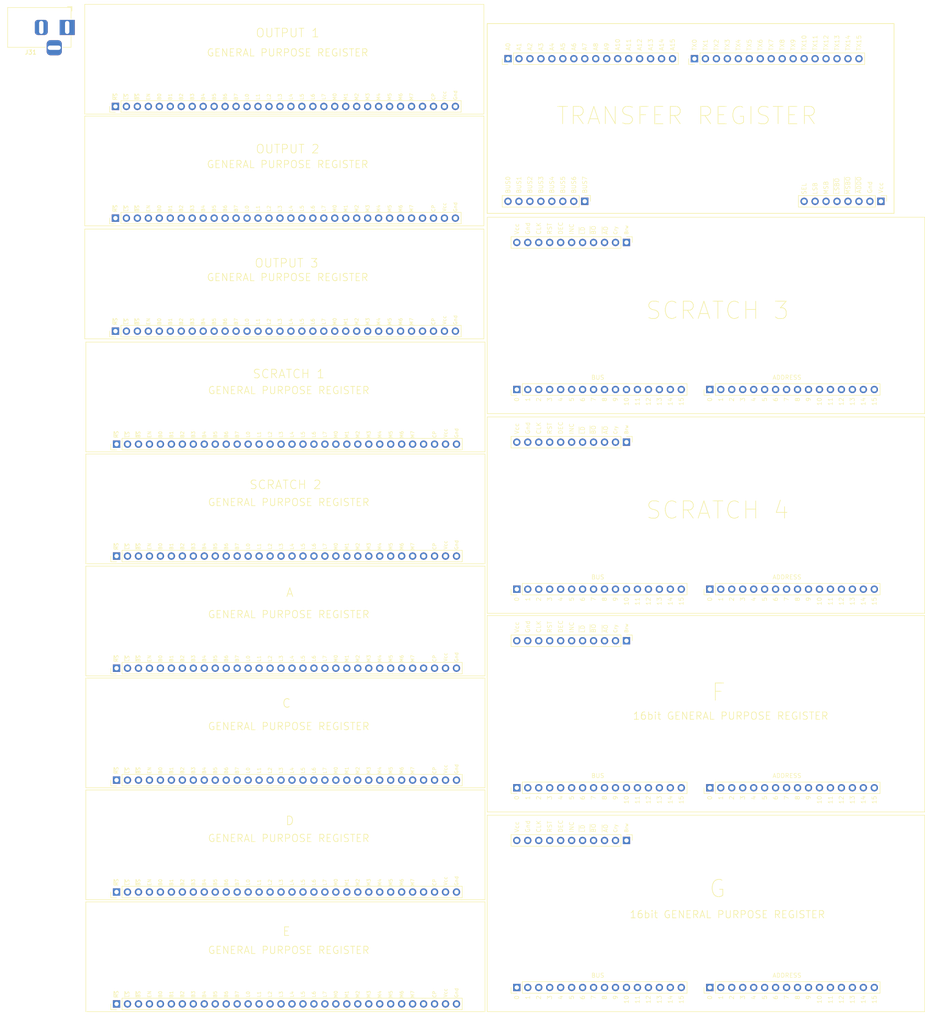
<source format=kicad_pcb>
(kicad_pcb (version 20211014) (generator pcbnew)
  (layers (0 "F.Cu" signal) (31 "B.Cu" signal) (34 "B.Paste" user) (35 "F.Paste" user) (36 "B.SilkS" user "B.Silkscreen") (37 "F.SilkS" user "F.Silkscreen") (38 "B.Mask" user) (39 "F.Mask" user) (44 "Edge.Cuts" user))
  (net 0 "")
  (net 1 "~{MS_O1}")
  (net 2 "~{LS_O2}")
  (net 3 "~{BS_O2}")
  (net 4 "EN_O2")
  (net 5 "B0")
  (net 6 "B1")
  (net 7 "B2")
  (net 8 "B3")
  (net 9 "B4")
  (net 10 "B5")
  (net 11 "B6")
  (net 12 "B7")
  (net 13 "L0")
  (net 14 "L1")
  (net 15 "L2")
  (net 16 "L3")
  (net 17 "L4")
  (net 18 "L5")
  (net 19 "L6")
  (net 20 "L7")
  (net 21 "M0")
  (net 22 "M1")
  (net 23 "M2")
  (net 24 "M3")
  (net 25 "M4")
  (net 26 "M5")
  (net 27 "M6")
  (net 28 "M7")
  (net 30 "CLOCK")
  (net 31 "VCC")
  (net 32 "GND")
  (net 33 "~{MS_O2}")
  (net 35 "~{MS_A}")
  (net 36 "~{LS_A}")
  (net 37 "~{BS_A}")
  (net 38 "EN_A")
  (net 40 "~{MS_O3}")
  (net 41 "~{LS_O3}")
  (net 42 "~{BS_AO3}")
  (net 43 "EN_O3")
  (net 45 "~{MS_C}")
  (net 46 "~{LS_C}")
  (net 47 "~{BS_C}")
  (net 48 "EN_C")
  (net 50 "~{MS_D}")
  (net 51 "~{LS_D}")
  (net 52 "~{BS_D}")
  (net 53 "EN_D")
  (net 55 "~{MS_E}")
  (net 56 "~{LS_E}")
  (net 57 "~{BS_E}")
  (net 58 "EN_E")
  (net 60 "~{MS_S1}")
  (net 61 "~{LS_S1}")
  (net 62 "~{BS_S1}")
  (net 63 "EN_S1")
  (net 65 "~{MS_S2}")
  (net 66 "~{LS_S2}")
  (net 67 "~{BS_S2}")
  (net 68 "EN_S2")
  (net 70 "~{BRW_S3}")
  (net 71 "~{CRY_S3}")
  (net 72 "~{AO_S3}")
  (net 73 "~{BO_S3}")
  (net 74 "~{LD_S3}")
  (net 75 "INC_S3")
  (net 76 "DEC_S3")
  (net 77 "RESET")
  (net 78 "SCRATCH3_0")
  (net 79 "SCRATCH3_1")
  (net 80 "SCRATCH3_2")
  (net 81 "SCRATCH3_3")
  (net 82 "SCRATCH3_4")
  (net 83 "SCRATCH3_5")
  (net 84 "SCRATCH3_6")
  (net 85 "SCRATCH3_7")
  (net 86 "SCRATCH3_8")
  (net 87 "SCRATCH3_9")
  (net 88 "SCRATCH3_10")
  (net 89 "SCRATCH3_11")
  (net 90 "SCRATCH3_12")
  (net 91 "SCRATCH3_13")
  (net 92 "SCRATCH3_14")
  (net 93 "SCRATCH3_15")
  (net 94 "SCRATCH4_0")
  (net 95 "SCRATCH4_1")
  (net 96 "SCRATCH4_2")
  (net 97 "SCRATCH4_3")
  (net 98 "SCRATCH4_4")
  (net 99 "SCRATCH4_5")
  (net 100 "SCRATCH4_6")
  (net 101 "SCRATCH4_7")
  (net 102 "SCRATCH4_8")
  (net 103 "SCRATCH4_9")
  (net 104 "SCRATCH4_10")
  (net 105 "SCRATCH4_11")
  (net 106 "SCRATCH4_12")
  (net 107 "SCRATCH4_13")
  (net 108 "SCRATCH4_14")
  (net 109 "SCRATCH4_15")
  (net 110 "~{BRW_S4}")
  (net 111 "~{CRY_S4}")
  (net 112 "~{AO_S4}")
  (net 113 "~{BO_S4}")
  (net 114 "~{LD_S4}")
  (net 115 "INC_S4")
  (net 116 "DEC_S4")
  (net 117 "F0")
  (net 118 "F1")
  (net 119 "F2")
  (net 120 "F3")
  (net 121 "F4")
  (net 122 "F5")
  (net 123 "F6")
  (net 124 "F7")
  (net 125 "F8")
  (net 126 "F9")
  (net 127 "F10")
  (net 128 "F11")
  (net 129 "F12")
  (net 130 "F13")
  (net 131 "F14")
  (net 132 "F15")
  (net 133 "~{BRW_F}")
  (net 134 "~{CRY_F}")
  (net 135 "~{AO_F}")
  (net 136 "~{BO_F}")
  (net 137 "~{LD_F}")
  (net 138 "INC_F")
  (net 139 "DEC_F")
  (net 140 "G0")
  (net 141 "G1")
  (net 142 "G2")
  (net 143 "G3")
  (net 144 "G4")
  (net 145 "G5")
  (net 146 "G6")
  (net 147 "G7")
  (net 148 "G8")
  (net 149 "G9")
  (net 150 "G10")
  (net 151 "G11")
  (net 152 "G12")
  (net 153 "G13")
  (net 154 "G14")
  (net 155 "G15")
  (net 156 "~{BRW_G}")
  (net 157 "~{CRY_G}")
  (net 158 "~{AO_G}")
  (net 159 "~{BO_G}")
  (net 160 "~{LD_G}")
  (net 161 "INC_G")
  (net 162 "DEC_G")
  (net 163 "TX0")
  (net 164 "TX1")
  (net 165 "TX2")
  (net 166 "TX3")
  (net 167 "TX4")
  (net 168 "TX5")
  (net 169 "TX6")
  (net 170 "TX7")
  (net 171 "TX8")
  (net 172 "TX9")
  (net 173 "TX10")
  (net 174 "TX11")
  (net 175 "TX12")
  (net 176 "TX13")
  (net 177 "TX14")
  (net 178 "TX15")
  (net 179 "~{TX_ASSERT_ADDRESS}")
  (net 180 "~{TX_ASSERT_MSB_MAIN}")
  (net 181 "~{TX_ASSERT_LSB_MAIN}")
  (net 182 "TX_LATCH_MSB")
  (net 183 "TX_LATCH_LSB")
  (net 184 "TX_BUS_SELECT")
  (footprint "Connector_PinHeader_2.54mm:PinHeader_1x16_P2.54mm_Vertical" (layer "F.Cu") (at 230.632 166.878 90)
    (fp_text reference "J14" hide)
    (fp_text value "Conn_01x16")
  )
  (footprint "Connector_PinHeader_2.54mm:PinHeader_1x32_P2.54mm_Vertical" (layer "F.Cu") (at 93.218 185.166 90)
    (fp_text reference "J3" hide)
    (fp_text value "Conn_01x32")
  )
  (footprint "Connector_PinHeader_2.54mm:PinHeader_1x08_P2.54mm_Vertical" (layer "F.Cu") (at 270.256 77.089 -90)
    (fp_text reference "J25" hide)
    (fp_text value "Conn_01x08")
  )
  (footprint "Connector_PinHeader_2.54mm:PinHeader_1x32_P2.54mm_Vertical" (layer "F.Cu") (at 93.222 133.302 90)
    (fp_text reference "J8" hide)
    (fp_text value "Conn_01x32")
  )
  (footprint "Connector_PinHeader_2.54mm:PinHeader_1x32_P2.54mm_Vertical" (layer "F.Cu") (at 93.218 236.982 90)
    (fp_text reference "J6" hide)
    (fp_text value "Conn_01x32")
  )
  (footprint "Connector_PinHeader_2.54mm:PinHeader_1x16_P2.54mm_Vertical" (layer "F.Cu") (at 230.632 259.08 90)
    (fp_text reference "J19" hide)
    (fp_text value "Conn_01x16")
  )
  (footprint "Connector_PinHeader_2.54mm:PinHeader_1x16_P2.54mm_Vertical" (layer "F.Cu") (at 185.928 120.65 90)
    (fp_text reference "J11" hide)
    (fp_text value "Conn_01x16")
  )
  (footprint "Connector_PinHeader_2.54mm:PinHeader_1x32_P2.54mm_Vertical" (layer "F.Cu") (at 92.968 107.14 90)
    (fp_text reference "J4" hide)
    (fp_text value "Conn_01x32")
  )
  (footprint "Connector_PinHeader_2.54mm:PinHeader_1x11_P2.54mm_Vertical" (layer "F.Cu") (at 211.328 225.044 -90)
    (fp_text reference "J21" hide)
    (fp_text value "Conn_01x11")
  )
  (footprint "Connector_PinHeader_2.54mm:PinHeader_1x11_P2.54mm_Vertical" (layer "F.Cu") (at 211.328 132.842 -90)
    (fp_text reference "J15" hide)
    (fp_text value "Conn_01x11")
  )
  (footprint "Connector_PinHeader_2.54mm:PinHeader_1x32_P2.54mm_Vertical" (layer "F.Cu") (at 93.218 262.89 90)
    (fp_text reference "J7" hide)
    (fp_text value "Conn_01x32")
  )
  (footprint "Connector_PinHeader_2.54mm:PinHeader_1x08_P2.54mm_Vertical" (layer "F.Cu") (at 201.661 77.089 -90)
    (fp_text reference "J22" hide)
    (fp_text value "Conn_01x08")
  )
  (footprint "Connector_PinHeader_2.54mm:PinHeader_1x32_P2.54mm_Vertical" (layer "F.Cu") (at 92.964 55.118 90)
    (fp_text reference "J1" hide)
    (fp_text value "Conn_01x32")
  )
  (footprint "Connector_PinHeader_2.54mm:PinHeader_1x16_P2.54mm_Vertical" (layer "F.Cu") (at 185.928 212.852 90)
    (fp_text reference "J17" hide)
    (fp_text value "Conn_01x16")
  )
  (footprint "Connector_PinHeader_2.54mm:PinHeader_1x16_P2.54mm_Vertical" (layer "F.Cu") (at 185.928 166.878 90)
    (fp_text reference "J13" hide)
    (fp_text value "Conn_01x16")
  )
  (footprint "Connector_PinHeader_2.54mm:PinHeader_1x32_P2.54mm_Vertical" (layer "F.Cu") (at 92.964 80.978 90)
    (fp_text reference "J2" hide)
    (fp_text value "Conn_01x32")
  )
  (footprint "Connector_PinHeader_2.54mm:PinHeader_1x32_P2.54mm_Vertical" (layer "F.Cu") (at 93.222 159.21 90)
    (fp_text reference "J9" hide)
    (fp_text value "Conn_01x32")
  )
  (footprint "Connector_PinHeader_2.54mm:PinHeader_1x16_P2.54mm_Vertical" (layer "F.Cu") (at 183.896 44.069 90)
    (fp_text reference "J24" hide)
    (fp_text value "Conn_01x16")
  )
  (footprint "Connector_PinHeader_2.54mm:PinHeader_1x32_P2.54mm_Vertical" (layer "F.Cu") (at 93.218 211.074 90)
    (fp_text reference "J5" hide)
    (fp_text value "Conn_01x32")
  )
  (footprint "Connector_PinHeader_2.54mm:PinHeader_1x16_P2.54mm_Vertical" (layer "F.Cu") (at 185.928 259.08 90)
    (fp_text reference "J20" hide)
    (fp_text value "Conn_01x16")
  )
  (footprint "Connector_PinHeader_2.54mm:PinHeader_1x11_P2.54mm_Vertical" (layer "F.Cu") (at 211.328 86.614 -90)
    (fp_text reference "J10" hide)
    (fp_text value "Conn_01x11")
  )
  (footprint "Connector_PinHeader_2.54mm:PinHeader_1x16_P2.54mm_Vertical" (layer "F.Cu") (at 230.632 212.852 90)
    (fp_text reference "J16" hide)
    (fp_text value "Conn_01x16")
  )
  (footprint "Connector_PinHeader_2.54mm:PinHeader_1x16_P2.54mm_Vertical" (layer "F.Cu") (at 227.076 44.069 90)
    (fp_text reference "J23" hide)
    (fp_text value "Conn_01x16")
  )
  (footprint "Connector_BarrelJack:BarrelJack_Horizontal" (layer "F.Cu") (at 81.788 36.83)
    (fp_text reference "J31")
    (fp_text value "Barrel_Jack_MountingPin")
  )
  (footprint "Connector_PinHeader_2.54mm:PinHeader_1x16_P2.54mm_Vertical" (layer "F.Cu") (at 230.632 120.65 90)
    (fp_text reference "J12" hide)
    (fp_text value "Conn_01x16")
  )
  (footprint "Connector_PinHeader_2.54mm:PinHeader_1x11_P2.54mm_Vertical" (layer "F.Cu") (at 211.328 178.816 -90)
    (fp_text reference "J18" hide)
    (fp_text value "Conn_01x11")
  )
  (gr_line (start 178.308 57.356) (end 178.308 82.756) (layer "F.SilkS") (width 0.12))
  (gr_line (start 178.308 56.896) (end 85.852 56.896) (layer "F.SilkS") (width 0.12))
  (gr_line (start 179.07 127) (end 280.416 127) (layer "F.SilkS") (width 0.12))
  (gr_line (start 95.144 259.952) (end 95.144 261.302) (layer "F.SilkS") (width 0.12))
  (gr_line (start 97.694 182.228) (end 97.694 183.578) (layer "F.SilkS") (width 0.12))
  (gr_line (start 85.852 57.356) (end 178.308 57.356) (layer "F.SilkS") (width 0.12))
  (gr_line (start 86.106 187.452) (end 178.562 187.452) (layer "F.SilkS") (width 0.12))
  (gr_line (start 178.566 109.68) (end 178.566 135.08) (layer "F.SilkS") (width 0.12))
  (gr_line (start 273.05 35.941) (end 273.304 35.941) (layer "F.SilkS") (width 0.15))
  (gr_line (start 92.618 130.364) (end 92.618 131.714) (layer "F.SilkS") (width 0.12))
  (gr_line (start 280.416 264.668) (end 179.07 264.668) (layer "F.SilkS") (width 0.12))
  (gr_line (start 86.11 109.68) (end 178.566 109.68) (layer "F.SilkS") (width 0.12))
  (gr_line (start 97.44 52.18) (end 97.44 53.53) (layer "F.SilkS") (width 0.12))
  (gr_line (start 95.148 156.272) (end 95.148 157.622) (layer "F.SilkS") (width 0.12))
  (gr_line (start 85.856 83.518) (end 178.312 83.518) (layer "F.SilkS") (width 0.12))
  (gr_line (start 95.148 130.364) (end 95.148 131.714) (layer "F.SilkS") (width 0.12))
  (gr_line (start 86.106 213.36) (end 178.562 213.36) (layer "F.SilkS") (width 0.12))
  (gr_line (start 92.614 259.952) (end 92.614 261.302) (layer "F.SilkS") (width 0.12))
  (gr_line (start 179.07 126.238) (end 179.07 80.772) (layer "F.SilkS") (width 0.12))
  (gr_line (start 86.106 186.944) (end 86.106 161.544) (layer "F.SilkS") (width 0.12))
  (gr_line (start 179.07 80.772) (end 280.416 80.772) (layer "F.SilkS") (width 0.12))
  (gr_line (start 97.694 234.044) (end 97.694 235.394) (layer "F.SilkS") (width 0.12))
  (gr_line (start 178.562 212.852) (end 86.106 212.852) (layer "F.SilkS") (width 0.12))
  (gr_line (start 92.618 156.272) (end 92.618 157.622) (layer "F.SilkS") (width 0.12))
  (gr_line (start 178.566 135.588) (end 178.566 160.988) (layer "F.SilkS") (width 0.12))
  (gr_line (start 94.89 52.18) (end 94.89 53.53) (layer "F.SilkS") (width 0.12))
  (gr_line (start 92.364 104.202) (end 92.364 105.552) (layer "F.SilkS") (width 0.12))
  (gr_line (start 86.106 264.668) (end 86.106 239.268) (layer "F.SilkS") (width 0.12))
  (gr_line (start 280.416 127) (end 280.416 172.466) (layer "F.SilkS") (width 0.12))
  (gr_line (start 85.852 31.496) (end 178.308 31.496) (layer "F.SilkS") (width 0.12))
  (gr_line (start 280.416 219.202) (end 280.416 264.668) (layer "F.SilkS") (width 0.12))
  (gr_line (start 86.106 161.544) (end 178.562 161.544) (layer "F.SilkS") (width 0.12))
  (gr_line (start 97.698 156.272) (end 97.698 157.622) (layer "F.SilkS") (width 0.12))
  (gr_line (start 178.566 160.988) (end 86.11 160.988) (layer "F.SilkS") (width 0.12))
  (gr_line (start 179.07 219.202) (end 280.416 219.202) (layer "F.SilkS") (width 0.12))
  (gr_line (start 179.07 172.974) (end 280.416 172.974) (layer "F.SilkS") (width 0.12))
  (gr_line (start 178.308 82.756) (end 85.852 82.756) (layer "F.SilkS") (width 0.12))
  (gr_line (start 178.312 108.918) (end 85.856 108.918) (layer "F.SilkS") (width 0.12))
  (gr_line (start 95.144 182.228) (end 95.144 183.578) (layer "F.SilkS") (width 0.12))
  (gr_line (start 86.11 160.988) (end 86.11 135.588) (layer "F.SilkS") (width 0.12))
  (gr_line (start 86.106 239.268) (end 178.562 239.268) (layer "F.SilkS") (width 0.12))
  (gr_line (start 280.416 126.238) (end 179.07 126.238) (layer "F.SilkS") (width 0.12))
  (gr_line (start 178.562 187.452) (end 178.562 212.852) (layer "F.SilkS") (width 0.12))
  (gr_line (start 273.304 79.883) (end 179.07 79.883) (layer "F.SilkS") (width 0.15))
  (gr_line (start 95.144 208.136) (end 95.144 209.486) (layer "F.SilkS") (width 0.12))
  (gr_line (start 178.566 135.08) (end 86.11 135.08) (layer "F.SilkS") (width 0.12))
  (gr_line (start 94.894 104.202) (end 94.894 105.552) (layer "F.SilkS") (width 0.12))
  (gr_line (start 97.44 78.04) (end 97.44 79.39) (layer "F.SilkS") (width 0.12))
  (gr_line (start 86.106 212.852) (end 86.106 187.452) (layer "F.SilkS") (width 0.12))
  (gr_line (start 97.694 208.136) (end 97.694 209.486) (layer "F.SilkS") (width 0.12))
  (gr_line (start 178.308 31.496) (end 178.308 56.896) (layer "F.SilkS") (width 0.12))
  (gr_line (start 178.562 238.76) (end 86.106 238.76) (layer "F.SilkS") (width 0.12))
  (gr_line (start 92.614 234.044) (end 92.614 235.394) (layer "F.SilkS") (width 0.12))
  (gr_line (start 280.416 172.974) (end 280.416 218.44) (layer "F.SilkS") (width 0.12))
  (gr_line (start 273.304 35.941) (end 273.304 79.883) (layer "F.SilkS") (width 0.15))
  (gr_line (start 85.856 108.918) (end 85.856 83.518) (layer "F.SilkS") (width 0.12))
  (gr_line (start 86.11 135.588) (end 178.566 135.588) (layer "F.SilkS") (width 0.12))
  (gr_line (start 92.614 182.228) (end 92.614 183.578) (layer "F.SilkS") (width 0.12))
  (gr_line (start 179.07 79.883) (end 179.07 35.941) (layer "F.SilkS") (width 0.15))
  (gr_line (start 178.562 264.668) (end 86.106 264.668) (layer "F.SilkS") (width 0.12))
  (gr_line (start 97.694 259.952) (end 97.694 261.302) (layer "F.SilkS") (width 0.12))
  (gr_line (start 280.416 218.44) (end 179.07 218.44) (layer "F.SilkS") (width 0.12))
  (gr_line (start 178.562 186.944) (end 86.106 186.944) (layer "F.SilkS") (width 0.12))
  (gr_line (start 95.144 234.044) (end 95.144 235.394) (layer "F.SilkS") (width 0.12))
  (gr_line (start 94.89 78.04) (end 94.89 79.39) (layer "F.SilkS") (width 0.12))
  (gr_line (start 179.07 218.44) (end 179.07 172.974) (layer "F.SilkS") (width 0.12))
  (gr_line (start 178.562 213.36) (end 178.562 238.76) (layer "F.SilkS") (width 0.12))
  (gr_line (start 280.416 172.466) (end 179.07 172.466) (layer "F.SilkS") (width 0.12))
  (gr_line (start 178.312 83.518) (end 178.312 108.918) (layer "F.SilkS") (width 0.12))
  (gr_line (start 179.07 264.668) (end 179.07 219.202) (layer "F.SilkS") (width 0.12))
  (gr_line (start 86.106 238.76) (end 86.106 213.36) (layer "F.SilkS") (width 0.12))
  (gr_line (start 179.07 172.466) (end 179.07 127) (layer "F.SilkS") (width 0.12))
  (gr_line (start 178.562 161.544) (end 178.562 186.944) (layer "F.SilkS") (width 0.12))
  (gr_line (start 178.562 239.268) (end 178.562 264.668) (layer "F.SilkS") (width 0.12))
  (gr_line (start 179.07 35.941) (end 273.05 35.941) (layer "F.SilkS") (width 0.15))
  (gr_line (start 86.11 135.08) (end 86.11 109.68) (layer "F.SilkS") (width 0.12))
  (gr_line (start 85.852 56.896) (end 85.852 31.496) (layer "F.SilkS") (width 0.12))
  (gr_line (start 92.36 78.04) (end 92.36 79.39) (layer "F.SilkS") (width 0.12))
  (gr_line (start 92.614 208.136) (end 92.614 209.486) (layer "F.SilkS") (width 0.12))
  (gr_line (start 92.36 52.18) (end 92.36 53.53) (layer "F.SilkS") (width 0.12))
  (gr_line (start 97.444 104.202) (end 97.444 105.552) (layer "F.SilkS") (width 0.12))
  (gr_line (start 85.852 82.756) (end 85.852 57.356) (layer "F.SilkS") (width 0.12))
  (gr_line (start 280.416 80.772) (end 280.416 126.238) (layer "F.SilkS") (width 0.12))
  (gr_line (start 97.698 130.364) (end 97.698 131.714) (layer "F.SilkS") (width 0.12))
  (gr_text "DEC" (at 196.088 131.064 90) (layer "F.SilkS") (effects (font (size 1 1) (thickness 0.1)) (justify left)))
  (gr_text "A" (at 133.35 167.64) (layer "F.SilkS") (effects (font (size 2 2))))
  (gr_text "CLK" (at 191.008 223.266 90) (layer "F.SilkS") (effects (font (size 1 1) (thickness 0.1)) (justify left)))
  (gr_text "B4" (at 113.28 52.88 90) (layer "F.SilkS") (effects (font (size 0.8 0.8) (thickness 0.1))))
  (gr_text "L4" (at 133.854 182.928 90) (layer "F.SilkS") (effects (font (size 0.8 0.8) (thickness 0.1))))
  (gr_text "9" (at 253.492 168.656 90) (layer "F.SilkS") (effects (font (size 1 1) (thickness 0.1)) (justify right)))
  (gr_text "Gnd" (at 171.954 260.312 90) (layer "F.SilkS") (effects (font (size 0.8 0.8) (thickness 0.1))))
  (gr_text "L5" (at 136.394 234.744 90) (layer "F.SilkS") (effects (font (size 0.8 0.8) (thickness 0.1))))
  (gr_text "1" (at 233.172 122.428 90) (layer "F.SilkS") (effects (font (size 1 1) (thickness 0.1)) (justify right)))
  (gr_text "2" (at 235.712 122.428 90) (layer "F.SilkS") (effects (font (size 1 1) (thickness 0.1)) (justify right)))
  (gr_text "ADDRESS" (at 245.11 164.084) (layer "F.SilkS") (effects (font (size 1 1) (thickness 0.1)) (justify left)))
  (gr_text "3" (at 193.548 168.656 90) (layer "F.SilkS") (effects (font (size 1 1) (thickness 0.1)) (justify right)))
  (gr_text "A10" (at 209.296 42.291 90) (layer "F.SilkS") (effects (font (size 1 1) (thickness 0.1)) (justify left)))
  (gr_text "BUS7" (at 201.676 75.311 90) (layer "F.SilkS") (effects (font (size 1 1) (thickness 0.1)) (justify left)))
  (gr_text "L0" (at 123.698 131.064 90) (layer "F.SilkS") (effects (font (size 0.8 0.8) (thickness 0.1))))
  (gr_text "L6" (at 138.934 182.928 90) (layer "F.SilkS") (effects (font (size 0.8 0.8) (thickness 0.1))))
  (gr_text "M6" (at 159.258 156.972 90) (layer "F.SilkS") (effects (font (size 0.8 0.8) (thickness 0.1))))
  (gr_text "Gnd" (at 188.468 131.064 90) (layer "F.SilkS") (effects (font (size 1 1) (thickness 0.1)) (justify left)))
  (gr_text "INC" (at 198.628 177.038 90) (layer "F.SilkS") (effects (font (size 1 1) (thickness 0.1)) (justify left)))
  (gr_text "BUS" (at 206.248 210.058) (layer "F.SilkS") (effects (font (size 1 1) (thickness 0.1)) (justify right)))
  (gr_text "13" (at 218.948 214.63 90) (layer "F.SilkS") (effects (font (size 1 1) (thickness 0.1)) (justify right)))
  (gr_text "A1" (at 186.436 42.291 90) (layer "F.SilkS") (effects (font (size 1 1) (thickness 0.1)) (justify left)))
  (gr_text "15" (at 224.028 122.428 90) (layer "F.SilkS") (effects (font (size 1 1) (thickness 0.1)) (justify right)))
  (gr_text "4" (at 240.792 260.858 90) (layer "F.SilkS") (effects (font (size 1 1) (thickness 0.1)) (justify right)))
  (gr_text "M1" (at 146.558 156.972 90) (layer "F.SilkS") (effects (font (size 0.8 0.8) (thickness 0.1))))
  (gr_text "L2" (at 128.524 104.902 90) (layer "F.SilkS") (effects (font (size 0.8 0.8) (thickness 0.1))))
  (gr_text "15" (at 268.732 214.63 90) (layer "F.SilkS") (effects (font (size 1 1) (thickness 0.1)) (justify right)))
  (gr_text "OUTPUT 2" (at 132.842 64.976) (layer "F.SilkS") (effects (font (size 2 2))))
  (gr_text "M1" (at 146.3 78.74 90) (layer "F.SilkS") (effects (font (size 0.8 0.8) (thickness 0.1))))
  (gr_text "BS" (at 98.298 131.064 90) (layer "F.SilkS") (effects (font (size 0.8 0.8) (thickness 0.1))))
  (gr_text "4" (at 196.088 260.858 90) (layer "F.SilkS") (effects (font (size 1 1) (thickness 0.1)) (justify right)))
  (gr_text "B5" (at 116.074 208.836 90) (layer "F.SilkS") (effects (font (size 0.8 0.8) (thickness 0.1))))
  (gr_text "Brw" (at 211.328 177.038 90) (layer "F.SilkS") (effects (font (size 0.8 0.8) (thickness 0.1)) (justify left)))
  (gr_text "B6" (at 118.36 78.74 90) (layer "F.SilkS") (effects (font (size 0.8 0.8) (thickness 0.1))))
  (gr_text "EN" (at 100.838 131.064 90) (layer "F.SilkS") (effects (font (size 0.8 0.8) (thickness 0.1))))
  (gr_text "B7" (at 120.9 52.88 90) (layer "F.SilkS") (effects (font (size 0.8 0.8) (thickness 0.1))))
  (gr_text "L4" (at 133.854 260.652 90) (layer "F.SilkS") (effects (font (size 0.8 0.8) (thickness 0.1))))
  (gr_text "1" (at 233.172 168.656 90) (layer "F.SilkS") (effects (font (size 1 1) (thickness 0.1)) (justify right)))
  (gr_text "M4" (at 153.92 52.88 90) (layer "F.SilkS") (effects (font (size 0.8 0.8) (thickness 0.1))))
  (gr_text "M1" (at 146.3 52.88 90) (layer "F.SilkS") (effects (font (size 0.8 0.8) (thickness 0.1))))
  (gr_text "L3" (at 131.314 182.928 90) (layer "F.SilkS") (effects (font (size 0.8 0.8) (thickness 0.1))))
  (gr_text "Brw" (at 211.328 84.836 90) (layer "F.SilkS") (effects (font (size 0.8 0.8) (thickness 0.1)) (justify left)))
  (gr_text "EN" (at 100.834 208.836 90) (layer "F.SilkS") (effects (font (size 0.8 0.8) (thickness 0.1))))
  (gr_text "M6" (at 159 52.88 90) (layer "F.SilkS") (effects (font (size 0.8 0.8) (thickness 0.1))))
  (gr_text "LS" (at 95.754 234.744 90) (layer "F.SilkS") (effects (font (size 0.8 0.8) (thickness 0.1))))
  (gr_text "5" (at 198.628 122.428 90) (layer "F.SilkS") (effects (font (size 1 1) (thickness 0.1)) (justify right)))
  (gr_text "L6" (at 138.934 260.652 90) (layer "F.SilkS") (effects (font (size 0.8 0.8) (thickness 0.1))))
  (gr_text "INC" (at 198.628 84.836 90) (layer "F.SilkS") (effects (font (size 1 1) (thickness 0.1)) (justify left)))
  (gr_text "14" (at 221.488 214.63 90) (layer "F.SilkS") (effects (font (size 1 1) (thickness 0.1)) (justify right)))
  (gr_text "TX14" (at 262.636 42.291 90) (layer "F.SilkS") (effects (font (size 1 1) (thickness 0.1)) (justify left)))
  (gr_text "~{AO}" (at 206.502 131.064 90) (layer "F.SilkS") (effects (font (size 1 1) (thickness 0.1)) (justify left)))
  (gr_text "L4" (at 133.854 208.836 90) (layer "F.SilkS") (effects (font (size 0.8 0.8) (thickness 0.1))))
  (gr_text "13" (at 263.652 260.858 90) (layer "F.SilkS") (effects (font (size 1 1) (thickness 0.1)) (justify right)))
  (gr_text "Vcc" (at 169.414 260.332 90) (layer "F.SilkS") (effects (font (size 0.8 0.8) (thickness 0.1))))
  (gr_text "Brw" (at 211.328 223.266 90) (layer "F.SilkS") (effects (font (size 0.8 0.8) (thickness 0.1)) (justify left)))
  (gr_text "Gnd" (at 171.958 156.632 90) (layer "F.SilkS") (effects (font (size 0.8 0.8) (thickness 0.1))))
  (gr_text "DEC" (at 196.088 84.836 90) (layer "F.SilkS") (effects (font (size 1 1) (thickness 0.1)) (justify left)))
  (gr_text "L0" (at 123.694 208.836 90) (layer "F.SilkS") (effects (font (size 0.8 0.8) (thickness 0.1))))
  (gr_text "B6" (at 118.618 156.972 90) (layer "F.SilkS") (effects (font (size 0.8 0.8) (thickness 0.1))))
  (gr_text "B5" (at 116.078 156.972 90) (layer "F.SilkS") (effects (font (size 0.8 0.8) (thickness 0.1))))
  (gr_text "B6" (at 118.36 52.88 90) (layer "F.SilkS") (effects (font (size 0.8 0.8) (thickness 0.1))))
  (gr_text "M4" (at 154.178 156.972 90) (layer "F.SilkS") (effects (font (size 0.8 0.8) (thickness 0.1))))
  (gr_text "GENERAL PURPOSE REGISTER" (at 133.096 172.72) (layer "F.SilkS") (effects (font (size 1.7 1.7))))
  (gr_text "L5" (at 136.14 78.74 90) (layer "F.SilkS") (effects (font (size 0.8 0.8) (thickness 0.1))))
  (gr_text "L2" (at 128.774 234.744 90) (layer "F.SilkS") (effects (font (size 0.8 0.8) (thickness 0.1))))
  (gr_text "B4" (at 113.28 78.74 90) (layer "F.SilkS") (effects (font (size 0.8 0.8) (thickness 0.1))))
  (gr_text "L1" (at 126.238 131.064 90) (layer "F.SilkS") (effects (font (size 0.8 0.8) (thickness 0.1))))
  (gr_text "M0" (at 144.018 131.064 90) (layer "F.SilkS") (effects (font (size 0.8 0.8) (thickness 0.1))))
  (gr_text "MS" (at 93.214 208.836 90) (layer "F.SilkS") (effects (font (size 0.8 0.8) (thickness 0.1))))
  (gr_text "L7" (at 141.474 260.652 90) (layer "F.SilkS") (effects (font (size 0.8 0.8) (thickness 0.1))))
  (gr_text "LS" (at 95.754 182.928 90) (layer "F.SilkS") (effects (font (size 0.8 0.8) (thickness 0.1))))
  (gr_text "L2" (at 128.778 131.064 90) (layer "F.SilkS") (effects (font (size 0.8 0.8) (thickness 0.1))))
  (gr_text "D" (at 133.35 220.472) (layer "F.SilkS") (effects (font (size 2 2))))
  (gr_text "14" (at 221.488 168.656 90) (layer "F.SilkS") (effects (font (size 1 1) (thickness 0.1)) (justify right)))
  (gr_text "9" (at 208.788 168.656 90) (layer "F.SilkS") (effects (font (size 1 1) (thickness 0.1)) (justify right)))
  (gr_text "TX12" (at 257.556 42.291 90) (layer "F.SilkS") (effects (font (size 1 1) (thickness 0.1)) (justify left)))
  (gr_text "3" (at 238.252 214.63 90) (layer "F.SilkS") (effects (font (size 1 1) (thickness 0.1)) (justify right)))
  (gr_text "2" (at 235.712 214.63 90) (layer "F.SilkS") (effects (font (size 1 1) (thickness 0.1)) (justify right)))
  (gr_text "M3" (at 151.638 131.064 90) (layer "F.SilkS") (effects (font (size 0.8 0.8) (thickness 0.1))))
  (gr_text "3" (at 238.252 122.428 90) (layer "F.SilkS") (effects (font (size 1 1) (thickness 0.1)) (justify right)))
  (gr_text "L7" (at 141.22 52.88 90) (layer "F.SilkS") (effects (font (size 0.8 0.8) (thickness 0.1))))
  (gr_text "A2" (at 188.976 42.291 90) (layer "F.SilkS") (effects (font (size 1 1) (thickness 0.1)) (justify left)))
  (gr_text "B3" (at 110.994 234.744 90) (layer "F.SilkS") (effects (font (size 0.8 0.8) (thickness 0.1))))
  (gr_text "1" (at 233.172 260.858 90) (layer "F.SilkS") (effects (font (size 1 1) (thickness 0.1)) (justify right)))
  (gr_text "M6" (at 159.004 104.902 90) (layer "F.SilkS") (effects (font (size 0.8 0.8) (thickness 0.1))))
  (gr_text "B5" (at 115.824 104.902 90) (layer "F.SilkS") (effects (font (size 0.8 0.8) (thickness 0.1))))
  (gr_text "M2" (at 149.098 131.064 90) (layer "F.SilkS") (effects (font (size 0.8 0.8) (thickness 0.1))))
  (gr_text "TX1" (at 229.616 42.291 90) (layer "F.SilkS") (effects (font (size 1 1) (thickness 0.1)) (justify left)))
  (gr_text "Gnd" (at 188.468 223.266 90) (layer "F.SilkS") (effects (font (size 1 1) (thickness 0.1)) (justify left)))
  (gr_text "B2" (at 108.454 260.652 90) (layer "F.SilkS") (effects (font (size 0.8 0.8) (thickness 0.1))))
  (gr_text "M5" (at 156.714 208.836 90) (layer "F.SilkS") (effects (font (size 0.8 0.8) (thickness 0.1))))
  (gr_text "B6" (at 118.364 104.902 90) (layer "F.SilkS") (effects (font (size 0.8 0.8) (thickness 0.1))))
  (gr_text "A6" (at 199.136 42.291 90) (layer "F.SilkS") (effects (font (size 1 1) (thickness 0.1)) (justify left)))
  (gr_text "M0" (at 143.76 52.88 90) (layer "F.SilkS") (effects (font (size 0.8 0.8) (thickness 0.1))))
  (gr_text "L1" (at 126.234 234.744 90) (layer "F.SilkS") (effects (font (size 0.8 0.8) (thickness 0.1))))
  (gr_text "4" (at 196.088 168.656 90) (layer "F.SilkS") (effects (font (size 1 1) (thickness 0.1)) (justify right)))
  (gr_text "CP" (at 166.874 260.652 90) (layer "F.SilkS") (effects (font (size 0.8 0.8) (thickness 0.1))))
  (gr_text "13" (at 218.948 122.428 90) (layer "F.SilkS") (effects (font (size 1 1) (thickness 0.1)) (justify right)))
  (gr_text "M3" (at 151.38 52.88 90) (layer "F.SilkS") (effects (font (size 0.8 0.8) (thickness 0.1))))
  (gr_text "B2" (at 108.2 52.88 90) (layer "F.SilkS") (effects (font (size 0.8 0.8) (thickness 0.1))))
  (gr_text "5" (at 243.332 122.428 90) (layer "F.SilkS") (effects (font (size 1 1) (thickness 0.1)) (justify right)))
  (gr_text "L2" (at 128.774 260.652 90) (layer "F.SilkS") (effects (font (size 0.8 0.8) (thickness 0.1))))
  (gr_text "10" (at 211.328 260.858 90) (layer "F.SilkS") (effects (font (size 1 1) (thickness 0.1)) (justify right)))
  (gr_text "Cry" (at 208.788 131.064 90) (layer "F.SilkS") (effects (font (size 0.8 0.8) (thickness 0.1)) (justify left)))
  (gr_text "M0" (at 144.014 182.928 90) (layer "F.SilkS") (effects (font (size 0.8 0.8) (thickness 0.1))))
  (gr_text "14" (at 266.192 122.428 90) (layer "F.SilkS") (effects (font (size 1 1) (thickness 0.1)) (justify right)))
  (gr_text "12" (at 261.112 168.656 90) (layer "F.SilkS") (effects (font (size 1 1) (thickness 0.1)) (justify right)))
  (gr_text "15" (at 268.732 168.656 90) (layer "F.SilkS") (effects (font (size 1 1) (thickness 0.1)) (justify right)))
  (gr_text "B4" (at 113.534 182.928 90) (layer "F.SilkS") (effects (font (size 0.8 0.8) (thickness 0.1))))
  (gr_text "GENERAL PURPOSE REGISTER" (at 133.096 198.628) (layer "F.SilkS") (effects (font (size 1.7 1.7))))
  (gr_text "L4" (at 133.854 234.744 90) (layer "F.SilkS") (effects (font (size 0.8 0.8) (thickness 0.1))))
  (gr_text "M4" (at 154.174 182.928 90) (layer "F.SilkS") (effects (font (size 0.8 0.8) (thickness 0.1))))
  (gr_text "EN" (at 100.838 156.972 90) (layer "F.SilkS") (effects (font (size 0.8 0.8) (thickness 0.1))))
  (gr_text "Vcc" (at 185.928 84.836 90) (layer "F.SilkS") (effects (font (size 1 1) (thickness 0.1)) (justify left)))
  (gr_text "Gnd" (at 171.958 130.724 90) (layer "F.SilkS") (effects (font (size 0.8 0.8) (thickness 0.1))))
  (gr_text "C" (at 132.588 193.294) (layer "F.SilkS") (effects (font (size 2 2))))
  (gr_text "Gnd" (at 171.954 208.496 90) (layer "F.SilkS") (effects (font (size 0.8 0.8) (thickness 0.1))))
  (gr_text "10" (at 211.328 122.428 90) (layer "F.SilkS") (effects (font (size 1 1) (thickness 0.1)) (justify right)))
  (gr_text "1" (at 188.468 214.63 90) (layer "F.SilkS") (effects (font (size 1 1) (thickness 0.1)) (justify right)))
  (gr_text "Gnd" (at 171.704 104.562 90) (layer "F.SilkS") (effects (font (size 0.8 0.8) (thickness 0.1))))
  (gr_text "L7" (at 141.22 78.74 90) (layer "F.SilkS") (effects (font (size 0.8 0.8) (thickness 0.1))))
  (gr_text "B7" (at 121.154 234.744 90) (layer "F.SilkS") (effects (font (size 0.8 0.8) (thickness 0.1))))
  (gr_text "12" (at 216.408 260.858 90) (layer "F.SilkS") (effects (font (size 1 1) (thickness 0.1)) (justify right)))
  (gr_text "EN" (at 100.834 182.928 90) (layer "F.SilkS") (effects (font (size 0.8 0.8) (thickness 0.1))))
  (gr_text "MS" (at 93.218 156.972 90) (layer "F.SilkS") (effects (font (size 0.8 0.8) (thickness 0.1))))
  (gr_text "B4" (at 113.284 104.902 90) (layer "F.SilkS") (effects (font (size 0.8 0.8) (thickness 0.1))))
  (gr_text "6" (at 201.168 214.63 90) (layer "F.SilkS") (effects (font (size 1 1) (thickness 0.1)) (justify right)))
  (gr_text "L1" (at 126.234 182.928 90) (layer "F.SilkS") (effects (font (size 0.8 0.8) (thickness 0.1))))
  (gr_text "EN" (at 100.58 52.88 90) (layer "F.SilkS") (effects (font (size 0.8 0.8) (thickness 0.1))))
  (gr_text "CLK" (at 191.008 131.064 90) (layer "F.SilkS") (effects (font (size 1 1) (thickness 0.1)) (justify left)))
  (gr_text "L1" (at 125.984 104.902 90) (layer "F.SilkS") (effects (font (size 0.8 0.8) (thickness 0.1))))
  (gr_text "SEL" (at 252.476 75.565 90) (layer "F.SilkS") (effects (font (size 1 1) (thickness 0.1)) (justify left)))
  (gr_text "10" (at 211.328 214.63 90) (layer "F.SilkS") (effects (font (size 1 1) (thickness 0.1)) (justify right)))
  (gr_text "L5" (at 136.394 260.652 90) (layer "F.SilkS") (effects (font (size 0.8 0.8) (thickness 0.1))))
  (gr_text "B7" (at 121.154 208.836 90) (layer "F.SilkS") (effects (font (size 0.8 0.8) (thickness 0.1))))
  (gr_text "15" (at 268.732 122.428 90) (layer "F.SilkS") (effects (font (size 1 1) (thickness 0.1)) (justify right)))
  (gr_text "Vcc" (at 169.16 78.42 90) (layer "F.SilkS") (effects (font (size 0.8 0.8) (thickness 0.1))))
  (gr_text "LS" (at 95.5 78.74 90) (layer "F.SilkS") (effects (font (size 0.8 0.8) (thickness 0.1))))
  (gr_text "13" (at 218.948 260.858 90) (layer "F.SilkS") (effects (font (size 1 1) (thickness 0.1)) (justify right)))
  (gr_text "M6" (at 159.254 182.928 90) (layer "F.SilkS") (effects (font (size 0.8 0.8) (thickness 0.1))))
  (gr_text "B7" (at 121.154 260.652 90) (layer "F.SilkS") (effects (font (size 0.8 0.8) (thickness 0.1))))
  (gr_text "B1" (at 105.914 260.652 90) (layer "F.SilkS") (effects (font (size 0.8 0.8) (thickness 0.1))))
  (gr_text "2" (at 191.008 168.656 90) (layer "F.SilkS") (effects (font (size 1 1) (thickness 0.1)) (justify right)))
  (gr_text "B3" (at 110.994 208.836 90) (layer "F.SilkS") (effects (font (size 0.8 0.8) (thickness 0.1))))
  (gr_text "12" (at 216.408 168.656 90) (layer "F.SilkS") (effects (font (size 1 1) (thickness 0.1)) (justify right)))
  (gr_text "A3" (at 191.516 42.291 90) (layer "F.SilkS") (effects (font (size 1 1) (thickness 0.1)) (justify left)))
  (gr_text "L3" (at 131.314 208.836 90) (layer "F.SilkS") (effects (font (size 0.8 0.8) (thickness 0.1))))
  (gr_text "EN" (at 100.834 234.744 90) (layer "F.SilkS") (effects (font (size 0.8 0.8) (thickness 0.1))))
  (gr_text "M1" (at 146.554 182.928 90) (layer "F.SilkS") (effects (font (size 0.8 0.8) (thickness 0.1))))
  (gr_text "L1" (at 126.234 208.836 90) (layer "F.SilkS") (effects (font (size 0.8 0.8) (thickness 0.1))))
  (gr_text "B1" (at 105.66 78.74 90) (layer "F.SilkS") (effects (font (size 0.8 0.8) (thickness 0.1))))
  (gr_text "M5" (at 156.718 131.064 90) (layer "F.SilkS") (effects (font (size 0.8 0.8) (thickness 0.1))))
  (gr_text "M6" (at 159.254 208.836 90) (layer "F.SilkS") (effects (font (size 0.8 0.8) (thickness 0.1))))
  (gr_text "L7" (at 141.474 182.928 90) (layer "F.SilkS") (effects (font (size 0.8 0.8) (thickness 0.1))))
  (gr_text "11" (at 213.868 122.428 90) (layer "F.SilkS") (effects (font (size 1 1) (thickness 0.1)) (justify right)))
  (gr_text "L5" (at 136.144 104.902 90) (layer "F.SilkS") (effects (font (size 0.8 0.8) (thickness 0.1))))
  (gr_text "L4" (at 133.6 78.74 90) (layer "F.SilkS") (effects (font (size 0.8 0.8) (thickness 0.1))))
  (gr_text "M5" (at 156.714 260.652 90) (layer "F.SilkS") (effects (font (size 0.8 0.8) (thickness 0.1))))
  (gr_text "L6" (at 138.934 234.744 90) (layer "F.SilkS") (effects (font (size 0.8 0.8) (thickness 0.1))))
  (gr_text "M3" (at 151.638 156.972 90) (layer "F.SilkS") (effects (font (size 0.8 0.8) (thickness 0.1))))
  (gr_text "EN" (at 100.584 104.902 90) (layer "F.SilkS") (effects (font (size 0.8 0.8) (thickness 0.1))))
  (gr_text "M3" (at 151.634 182.928 90) (layer "F.SilkS") (effects (font (size 0.8 0.8) (thickness 0.1))))
  (gr_text "7" (at 203.708 214.63 90) (layer "F.SilkS") (effects (font (size 1 1) (thickness 0.1)) (justify right)))
  (gr_text "B7" (at 121.158 156.972 90) (layer "F.SilkS") (effects (font (size 0.8 0.8) (thickness 0.1))))
  (gr_text "M7" (at 161.54 52.88 90) (layer "F.SilkS") (effects (font (size 0.8 0.8) (thickness 0.1))))
  (gr_text "GENERAL PURPOSE REGISTER" (at 132.846 94.694) (layer "F.SilkS") (effects (font (size 1.7 1.7))))
  (gr_text "B5" (at 116.074 234.744 90) (layer "F.SilkS") (effects (font (size 0.8 0.8) (thickness 0.1))))
  (gr_text "M1" (at 146.304 104.902 90) (layer "F.SilkS") (effects (font (size 0.8 0.8) (thickness 0.1))))
  (gr_text "B2" (at 108.2 78.74 90) (layer "F.SilkS") (effects (font (size 0.8 0.8) (thickness 0.1))))
  (gr_text "4" (at 196.088 214.63 90) (layer "F.SilkS") (effects (font (size 1 1) (thickness 0.1)) (justify right)))
  (gr_text "M7" (at 161.798 131.064 90) (layer "F.SilkS") (effects (font (size 0.8 0.8) (thickness 0.1))))
  (gr_text "L3" (at 131.318 131.064 90) (layer "F.SilkS") (effects (font (size 0.8 0.8) (thickness 0.1))))
  (gr_text "SCRATCH 3" (at 232.41 102.362) (layer "F.SilkS") (effects (font (size 4 4))))
  (gr_text "GENERAL PURPOSE REGISTER" (at 132.842 42.672) (layer "F.SilkS") (effects (font (size 1.7 1.7))))
  (gr_text "L6" (at 138.68 78.74 90) (layer "F.SilkS") (effects (font (size 0.8 0.8) (thickness 0.1))))
  (gr_text "8" (at 206.248 214.63 90) (layer "F.SilkS") (effects (font (size 1 1) (thickness 0.1)) (justify right)))
  (gr_text "M2" (at 148.84 78.74 90) (layer "F.SilkS") (effects (font (size 0.8 0.8) (thickness 0.1))))
  (gr_text "TX5" (at 239.776 42.291 90) (layer "F.SilkS") (effects (font (size 1 1) (thickness 0.1)) (justify left)))
  (gr_text "A5" (at 196.596 42.291 90) (layer "F.SilkS") (effects (font (size 1 1) (thickness 0.1)) (justify left)))
  (gr_text "M5" (at 156.714 234.744 90) (layer "F.SilkS") (effects (font (size 0.8 0.8) (thickness 0.1))))
  (gr_text "LS" (at 95.754 260.652 90) (layer "F.SilkS") (effects (font (size 0.8 0.8) (thickness 0.1))))
  (gr_text "M4" (at 154.174 260.652 90) (layer "F.SilkS") (effects (font (size 0.8 0.8) (thickness 0.1))))
  (gr_text "TX9" (at 249.936 42.291 90) (layer "F.SilkS") (effects (font (size 1 1) (thickness 0.1)) (justify left)))
  (gr_text "B1" (at 105.914 208.836 90) (layer "F.SilkS") (effects (font (size 0.8 0.8) (thickness 0.1))))
  (gr_text "Gnd" (at 267.716 75.311 90) (layer "F.SilkS") (effects (font (size 1 1) (thickness 0.1)) (justify left)))
  (gr_text "12" (at 216.408 122.428 90) (layer "F.SilkS") (effects (font (size 1 1) (thickness 0.1)) (justify right)))
  (gr_text "Vcc" (at 169.418 130.744 90) (layer "F.SilkS") (effects (font (size 0.8 0.8) (thickness 0.1))))
  (gr_text "L3" (at 131.06 52.88 90) (layer "F.SilkS") (effects (font (size 0.8 0.8) (thickness 0.1))))
  (gr_text "11" (at 213.868 214.63 90) (layer "F.SilkS") (effects (font (size 1 1) (thickness 0.1)) (justify right)))
  (gr_text "15" (at 268.732 260.858 90) (layer "F.SilkS") (effects (font (size 1 1) (thickness 0.1)) (justify right)))
  (gr_text "M7" (at 161.794 260.652 90) (layer "F.SilkS") (effects (font (size 0.8 0.8) (thickness 0.1))))
  (gr_text "1" (at 188.468 122.428 90) (layer "F.SilkS") (effects (font (size 1 1) (thickness 0.1)) (justify right)))
  (gr_text "13" (at 263.652 122.428 90) (layer "F.SilkS") (effects (font (size 1 1) (thickness 0.1)) (justify right)))
  (gr_text "B1" (at 105.918 156.972 90) (layer "F.SilkS") (effects (font (size 0.8 0.8) (thickness 0.1))))
  (gr_text "LS" (at 95.758 156.972 90) (layer "F.SilkS") (effects (font (size 0.8 0.8) (thickness 0.1))))
  (gr_text "M0" (at 144.018 156.972 90) (layer "F.SilkS") (effects (font (size 0.8 0.8) (thickness 0.1))))
  (gr_text "L5" (at 136.398 156.972 90) (layer "F.SilkS") (effects (font (size 0.8 0.8) (thickness 0.1))))
  (gr_text "M7" (at 161.794 208.836 90) (layer "F.SilkS") (effects (font (size 0.8 0.8) (thickness 0.1))))
  (gr_text "13" (at 218.948 168.656 90) (layer "F.SilkS") (effects (font (size 1 1) (thickness 0.1)) (justify right)))
  (gr_text "B3" (at 110.998 131.064 90) (layer "F.SilkS") (effects (font (size 0.8 0.8) (thickness 0.1))))
  (gr_text "B0" (at 103.378 156.972 90) (layer "F.SilkS") (effects (font (size 0.8 0.8) (thickness 0.1))))
  (gr_text "6" (at 245.872 260.858 90) (layer "F.SilkS") (effects (font (size 1 1) (thickness 0.1)) (justify right)))
  (gr_text "OUTPUT 1" (at 132.842 38.1) (layer "F.SilkS") (effects (font (size 2 2))))
  (gr_text "B0" (at 103.12 52.88 90) (layer "F.SilkS") (effects (font (size 0.8 0.8) (thickness 0.1))))
  (gr_text "A13" (at 216.916 42.291 90) (layer "F.SilkS") (effects (font (size 1 1) (thickness 0.1)) (justify left)))
  (gr_text "B2" (at 108.458 131.064 90) (layer "F.SilkS") (effects (font (size 0.8 0.8) (thickness 0.1))))
  (gr_text "B5" (at 116.078 131.064 90) (layer "F.SilkS") (effects (font (size 0.8 0.8) (thickness 0.1))))
  (gr_text "13" (at 263.652 214.63 90) (layer "F.SilkS") (effects (font (size 1 1) (thickness 0.1)) (justify right)))
  (gr_text "M2" (at 149.094 208.836 90) (layer "F.SilkS") (effects (font (size 0.8 0.8) (thickness 0.1))))
  (gr_text "CLK" (at 191.008 177.038 90) (layer "F.SilkS") (effects (font (size 1 1) (thickness 0.1)) (justify left)))
  (gr_text "M0" (at 143.764 104.902 90) (layer "F.SilkS") (effects (font (size 0.8 0.8) (thickness 0.1))))
  (gr_text "~{BO}" (at 203.708 131.064 90) (layer "F.SilkS") (effects (font (size 1 1) (thickness 0.1)) (justify left)))
  (gr_text "M6" (at 159.254 234.744 90) (layer "F.SilkS") (effects (font (size 0.8 0.8) (thickness 0.1))))
  (gr_text "MS" (at 92.964 104.902 90) (layer "F.SilkS") (effects (font (size 0.8 0.8) (thickness 0.1))))
  (gr_text "B6" (at 118.614 234.744 90) (layer "F.SilkS") (effects (font (size 0.8 0.8) (thickness 0.1))))
  (gr_text "B2" (at 108.454 182.928 90) (layer "F.SilkS") (effects (font (size 0.8 0.8) (thickness 0.1))))
  (gr_text "M2" (at 149.094 234.744 90) (layer "F.SilkS") (effects (font (size 0.8 0.8) (thickness 0.1))))
  (gr_text "M4" (at 153.924 104.902 90) (layer "F.SilkS") (effects (font (size 0.8 0.8) (thickness 0.1))))
  (gr_text "Gnd" (at 188.468 177.038 90) (layer "F.SilkS") (effects (font (size 1 1) (thickness 0.1)) (justify left)))
  (gr_text "MS" (at 93.214 182.928 90) (layer "F.SilkS") (effects (font (size 0.8 0.8) (thickness 0.1))))
  (gr_text "BS" (at 98.04 52.88 90) (layer "F.SilkS") (effects (font (size 0.8 0.8) (thickness 0.1))))
  (gr_text "2" (at 235.712 260.858 90) (layer "F.SilkS") (effects (font (size 1 1) (thickness 0.1)) (justify right)))
  (gr_text "Vcc" (at 169.414 234.424 90) (layer "F.SilkS") (effects (font (size 0.8 0.8) (thickness 0.1))))
  (gr_text "L6" (at 138.934 208.836 90) (layer "F.SilkS") (effects (font (size 0.8 0.8) (thickness 0.1))))
  (gr_text "L2" (at 128.778 156.972 90) (layer "F.SilkS") (effects (font (size 0.8 0.8) (thickness 0.1))))
  (gr_text "L5" (at 136.394 182.928 90) (layer "F.SilkS") (effects (font (size 0.8 0.8) (thickness 0.1))))
  (gr_text "6" (at 245.872 168.656 90) (layer "F.SilkS") (effects (font (size 1 1) (thickness 0.1)) (justify right)))
  (gr_text "11" (at 213.868 260.858 90) (layer "F.SilkS") (effects (font (size 1 1) (thickness 0.1)) (justify right)))
  (gr_text "B2" (at 108.204 104.902 90) (layer "F.SilkS") (effects (font (size 0.8 0.8) (thickness 0.1))))
  (gr_text "Gnd" (at 188.468 84.836 90) (layer "F.SilkS") (effects (font (size 1 1) (thickness 0.1)) (justify left)))
  (gr_text "14" (at 266.192 260.858 90) (layer "F.SilkS") (effects (font (size 1 1) (thickness 0.1)) (justify right)))
  (gr_text "DEC" (at 196.088 223.266 90) (layer "F.SilkS") (effects (font (size 1 1) (thickness 0.1)) (justify left)))
  (gr_text "11" (at 213.868 168.656 90) (layer "F.SilkS") (effects (font (size 1 1) (thickness 0.1)) (justify right)))
  (gr_text "TX8" (at 247.396 42.291 90) (layer "F.SilkS") (effects (font (size 1 1) (thickness 0.1)) (justify left)))
  (gr_text "8" (at 250.952 122.428 90) (layer "F.SilkS") (effects (font (size 1 1) (thickness 0.1)) (justify right)))
  (gr_text "M4" (at 154.174 234.744 90) (layer "F.SilkS") (effects (font (size 0.8 0.8) (thickness 0.1))))
  (gr_text "INC" (at 198.628 131.064 90) (layer "F.SilkS") (effects (font (size 1 1) (thickness 0.1)) (justify left)))
  (gr_text "15" (at 224.028 168.656 90) (layer "F.SilkS") (effects (font (size 1 1) (thickness 0.1)) (justify right)))
  (gr_text "4" (at 240.792 122.428 90) (layer "F.SilkS") (effects (font (size 1 1) (thickness 0.1)) (justify right)))
  (gr_text "7" (at 248.412 260.858 90) (layer "F.SilkS") (effects (font (size 1 1) (thickness 0.1)) (justify right)))
  (gr_text "B0" (at 103.374 182.928 90) (layer "F.SilkS") (effects (font (size 0.8 0.8) (thickness 0.1))))
  (gr_text "B0" (at 103.374 260.652 90) (layer "F.SilkS") (effects (font (size 0.8 0.8) (thickness 0.1))))
  (gr_text "B6" (at 118.618 131.064 90) (layer "F.SilkS") (effects (font (size 0.8 0.8) (thickness 0.1))))
  (gr_text "L0" (at 123.444 104.902 90) (layer "F.SilkS") (effects (font (size 0.8 0.8) (thickness 0.1))))
  (gr_text "M5" (at 156.714 182.928 90) (layer "F.SilkS") (effects (font (size 0.8 0.8) (thickness 0.1))))
  (gr_text "M1" (at 146.554 234.744 90) (layer "F.SilkS") (effects (font (size 0.8 0.8) (thickness 0.1))))
  (gr_text "3" (at 193.548 122.428 90) (layer "F.SilkS") (effects (font (size 1 1) (thickness 0.1)) (justify right)))
  (gr_text "CP" (at 166.624 104.902 90) (layer "F.SilkS") (effects (font (size 0.8 0.8) (thickness 0.1))))
  (gr_text "M0" (at 144.014 234.744 90) (layer "F.SilkS") (effects (font (size 0.8 0.8) (thickness 0.1))))
  (gr_text "Vcc" (at 169.16 52.56 90) (layer "F.SilkS") (effects (font (size 0.8 0.8) (thickness 0.1))))
  (gr_text "L1" (at 126.238 156.972 90) (layer "F.SilkS") (effects (font (size 0.8 0.8) (thickness 0.1))))
  (gr_text "L2" (at 128.774 182.928 90) (layer "F.SilkS") (effects (font (size 0.8 0.8) (thickness 0.1))))
  (gr_text "6" (at 245.872 122.428 90) (layer "F.SilkS") (effects (font (size 1 1) (thickness 0.1)) (justify right)))
  (gr_text "0" (at 185.928 214.63 90) (layer "F.SilkS") (effects (font (size 1 1) (thickness 0.1)) (justify right)))
  (gr_text "13" (at 263.652 168.656 90) (layer "F.SilkS") (effects (font (size 1 1) (thickness 0.1)) (justify right)))
  (gr_text "10" (at 211.328 168.656 90) (layer "F.SilkS") (effects (font (size 1 1) (thickness 0.1)) (justify right)))
  (gr_text "B7" (at 120.904 104.902 90) (layer "F.SilkS") (effects (font (size 0.8 0.8) (thickness 0.1))))
  (gr_text "A4" (at 194.056 42.291 90) (layer "F.SilkS") (effects (font (size 1 1) (thickness 0.1)) (justify left)))
  (gr_text "L0" (at 123.694 260.652 90) (layer "F.SilkS") (effects (font (size 0.8 0.8) (thickness 0.1))))
  (gr_text "0" (at 230.632 214.63 90) (layer "F.SilkS") (effects (font (size 1 1) (thickness 0.1)) (justify right)))
  (gr_text "M1" (at 146.554 260.652 90) (layer "F.SilkS") (effects (font (size 0.8 0.8) (thickness 0.1))))
  (gr_text "Gnd" (at 171.7 52.54 90) (layer "F.SilkS") (effects (font (size 0.8 0.8) (thickness 0.1))))
  (gr_text "B2" (at 108.458 156.972 90) (layer "F.SilkS") (effects (font (size 0.8 0.8) (thickness 0.1))))
  (gr_text "11" (at 258.572 214.63 90) (layer "F.SilkS") (effects (font (size 1 1) (thickness 0.1)) (justify right)))
  (gr_text "B0" (at 103.378 131.064 90) (layer "F.SilkS") (effects (font (size 0.8 0.8) (thickness 0.1))))
  (gr_text "8" (at 250.952 214.63 90) (layer "F.SilkS") (effects (font (size 1 1) (thickness 0.1)) (justify right)))
  (gr_text "Gnd" (at 171.954 182.588 90) (layer "F.SilkS") (effects (font (size 0.8 0.8) (thickness 0.1))))
  (gr_text "1" (at 188.468 260.858 90) (layer "F.SilkS") (effects (font (size 1 1) (thickness 0.1)) (justify right)))
  (gr_text "L6" (at 138.68 52.88 90) (layer "F.SilkS") (effects (font (size 0.8 0.8) (thickness 0.1))))
  (gr_text "LS" (at 95.754 208.836 90) (layer "F.SilkS") (effects (font (size 0.8 0.8) (thickness 0.1))))
  (gr_text "~{BO}" (at 203.708 177.038 90) (layer "F.SilkS") (effects (font (size 1 1) (thickness 0.1)) (justify left)))
  (gr_text "BUS" (at 206.248 256.286) (layer "F.SilkS") (effects (font (size 1 1) (thickness 0.1)) (justify right)))
  (gr_text "B4" (at 113.538 156.972 90) (layer "F.SilkS") (effects (font (size 0.8 0.8) (thickness 0.1))))
  (gr_text "7" (at 203.708 168.656 90) (layer "F.SilkS") (effects (font (size 1 1) (thickness 0.1)) (justify right)))
  (gr_text "L3" (at 131.06 78.74 90) (layer "F.SilkS") (effects (font (size 0.8 0.8) (thickness 0.1))))
  (gr_text "9" (at 208.788 260.858 90) (layer "F.SilkS") (effects (font (size 1 1) (thickness 0.1)) (justify right)))
  (gr_text "A7" (at 201.676 42.291 90) (layer "F.SilkS") (effects (font (size 1 1) (thickness 0.1)) (justify left)))
  (gr_text "B0" (at 103.374 208.836 90) (layer "F.SilkS") (effects (font (size 0.8 0.8) (thickness 0.1))))
  (gr_text "M3" (at 151.634 260.652 90) (layer "F.SilkS") (effects (font (size 0.8 0.8) (thickness 0.1))))
  (gr_text "A14" (at 219.456 42.291 90) (layer "F.SilkS") (effects (font (size 1 1) (thickness 0.1)) (justify left)))
  (gr_text "L7" (at 141.478 156.972 90) (layer "F.SilkS") (effects (font (size 0.8 0.8) (thickness 0.1))))
  (gr_text "11" (at 258.572 168.656 90) (layer "F.SilkS") (effects (font (size 1 1) (thickness 0.1)) (justify right)))
  (gr_text "A15" (at 221.996 42.291 90) (layer "F.SilkS") (effects (font (size 1 1) (thickness 0.1)) (justify left)))
  (gr_text "TX6" (at 242.316 42.291 90) (layer "F.SilkS") (effects (font (size 1 1) (thickness 0.1)) (justify left)))
  (gr_text "4" (at 196.088 122.428 90) (layer "F.SilkS") (effects (font (size 1 1) (thickness 0.1)) (justify right)))
  (gr_text "2" (at 191.008 214.63 90) (layer "F.SilkS") (effects (font (size 1 1) (thickness 0.1)) (justify right)))
  (gr_text "L1" (at 126.234 260.652 90) (layer "F.SilkS") (effects (font (size 0.8 0.8) (thickness 0.1))))
  (gr_text "GENERAL PURPOSE REGISTER" (at 132.842 68.532) (layer "F.SilkS") (effects (font (size 1.7 1.7))))
  (gr_text "CP" (at 166.874 234.744 90) (layer "F.SilkS") (effects (font (size 0.8 0.8) (thickness 0.1))))
  (gr_text "M5" (at 156.718 156.972 90) (layer "F.SilkS") (effects (font (size 0.8 0.8) (thickness 0.1))))
  (gr_text "CP" (at 166.62 78.74 90) (layer "F.SilkS") (effects (font (size 0.8 0.8) (thickness 0.1))))
  (gr_text "Cry" (at 208.788 84.836 90) (layer "F.SilkS") (effects (font (size 0.8 0.8) (thickness 0.1)) (justify left)))
  (gr_text "EN" (at 100.834 260.652 90) (layer "F.SilkS") (effects (font (size 0.8 0.8) (thickness 0.1))))
  (gr_text "OUTPUT 3" (at 132.592 91.392) (layer "F.SilkS") (effects (font (size 2 2))))
  (gr_text "6" (at 201.168 260.858 90) (layer "F.SilkS") (effects (font (size 1 1) (thickness 0.1)) (justify right)))
  (gr_text "Cry" (at 208.788 177.038 90) (layer "F.SilkS") (effects (font (size 0.8 0.8) (thickness 0.1)) (justify left)))
  (gr_text "TX11" (at 255.016 42.291 90) (layer "F.SilkS") (effects (font (size 1 1) (thickness 0.1)) (justify left)))
  (gr_text "M2" (at 148.84 52.88 90) (layer "F.SilkS") (effects (font (size 0.8 0.8) (thickness 0.1))))
  (gr_text "L4" (at 133.604 104.902 90) (layer "F.SilkS") (effects (font (size 0.8 0.8) (thickness 0.1))))
  (gr_text "TRANSFER REGISTER" (at 225.298 57.277) (layer "F.SilkS") (effects (font (size 4 4))))
  (gr_text "M6" (at 159 78.74 90) (layer "F.SilkS") (effects (font (size 0.8 0.8) (thickness 0.1))))
  (gr_text "Vcc" (at 185.928 223.266 90) (layer "F.SilkS") (effects (font (size 1 1) (thickness 0.1)) (justify left)))
  (gr_text "~{LD}" (at 201.168 84.836 90) (layer "F.SilkS") (effects (font (size 1 1) (thickness 0.1)) (justify left)))
  (gr_text "A9" (at 206.756 42.291 90) (layer "F.SilkS") (effects (font (size 1 1) (thickness 0.1)) (justify left)))
  (gr_text "BS" (at 98.294 208.836 90) (layer "F.SilkS") (effects (font (size 0.8 0.8) (thickness 0.1))))
  (gr_text "10" (at 256.032 260.858 90) (layer "F.SilkS") (effects (font (size 1 1) (thickness 0.1)) (justify right)))
  (gr_text "L4" (at 133.858 131.064 90) (layer "F.SilkS") (effects (font (size 0.8 0.8) (thickness 0.1))))
  (gr_text "ADDRESS" (at 245.11 210.058) (layer "F.SilkS") (effects (font (size 1 1) (thickness 0.1)) (justify left)))
  (gr_text "8" (at 206.248 260.858 90) (layer "F.SilkS") (effects (font (size 1 1) (thickness 0.1)) (justify right)))
  (gr_text "A12" (at 214.376 42.291 90) (layer "F.SilkS") (effects (font (size 1 1) (thickness 0.1)) (justify left)))
  (gr_text "TX7" (at 244.856 42.291 90) (layer "F.SilkS") (effects (font (size 1 1) (thickness 0.1)) (justify left)))
  (gr_text "8" (at 206.248 168.656 90) (layer "F.SilkS") (effects (font (size 1 1) (thickness 0.1)) (justify right)))
  (gr_text "M3" (at 151.634 208.836 90) (layer "F.SilkS") (effects (font (size 0.8 0.8) (thickness 0.1))))
  (gr_text "15" (at 224.028 214.63 90) (layer "F.SilkS") (effects (font (size 1 1) (thickness 0.1)) (justify right)))
  (gr_text "RST" (at 193.548 84.836 90) (layer "F.SilkS") (effects (font (size 1 1) (thickness 0.1)) (justify left)))
  (gr_text "7" (at 203.708 260.858 90) (layer "F.SilkS") (effects (font (size 1 1) (thickness 0.1)) (justify right)))
  (gr_text "M7" (at 161.794 182.928 90) (layer "F.SilkS") (effects (font (size 0.8 0.8) (thickness 0.1))))
  (gr_text "2" (at 191.008 260.858 90) (layer "F.SilkS") (effects (font (size 1 1) (thickness 0.1)) (justify right)))
  (gr_text "15" (at 224.028 260.858 90) (layer "F.SilkS") (effects (font (size 1 1) (thickness 0.1)) (justify right)))
  (gr_text "BUS2" (at 188.976 75.311 90) (layer "F.SilkS") (effects (font (size 1 1) (thickness 0.1)) (justify left)))
  (gr_text "~{BO}" (at 203.708 223.266 90) (layer "F.SilkS") (effects (font (size 1 1) (thickness 0.1)) (justify left)))
  (gr_text "B0" (at 103.124 104.902 90) (layer "F.SilkS") (effects (font (size 0.8 0.8) (thickness 0.1))))
  (gr_text "BUS1" (at 186.436 75.311 90) (layer "F.SilkS") (effects (font (size 1 1) (thickness 0.1)) (justify left)))
  (gr_text "L5" (at 136.398 131.064 90) (layer "F.SilkS") (effects (font (size 0.8 0.8) (thickness 0.1))))
  (gr_text "B1" (at 105.66 52.88 90) (layer "F.SilkS") (effects (font (size 0.8 0.8) (thickness 0.1))))
  (gr_text "M2" (at 149.094 260.652 90) (layer "F.SilkS") (effects (font (size 0.8 0.8) (thickness 0.1))))
  (gr_text "L6" (at 138.684 104.902 90) (layer "F.SilkS") (effects (font (size 0.8 0.8) (thickness 0.1))))
  (gr_text "12" (at 216.408 214.63 90) (layer "F.SilkS") (effects (font (size 1 1) (thickness 0.1)) (justify right)))
  (gr_text "BS" (at 98.044 104.902 90) (layer "F.SilkS") (effects (font (size 0.8 0.8) (thickness 0.1))))
  (gr_text "L2" (at 128.774 208.836 90) (layer "F.SilkS") (effects (font (size 0.8 0.8) (thickness 0.1))))
  (gr_text "B5" (at 116.074 260.652 90) (layer "F.SilkS") (effects (font (size 0.8 0.8) (thickness 0.1))))
  (gr_text "SCRATCH 2" (at 132.338 142.7) (layer "F.SilkS") (effects (font (size 2 2))))
  (gr_text "3" (at 193.548 260.858 90) (layer "F.SilkS") (effects (font (size 1 1) (thickness 0.1)) (justify right)))
  (gr_text "CP" (at 166.874 208.836 90) (layer "F.SilkS") (effects (font (size 0.8 0.8) (thickness 0.1))))
  (gr_text "0" (at 230.632 260.858 90) (layer "F.SilkS") (effects (font (size 1 1) (thickness 0.1)) (justify right)))
  (gr_text "~{ADDO}" (at 265.176 75.311 90) (layer "F.SilkS") (effects (font (size 1 1) (thickness 0.1)) (justify left)))
  (gr_text "A8" (at 204.216 42.291 90) (layer "F.SilkS") (effects (font (size 1 1) (thickness 0.1)) (justify left)))
  (gr_text "L4" (at 133.6 52.88 90) (layer "F.SilkS") (effects (font (size 0.8 0.8) (thickness 0.1))))
  (gr_text "10" (at 256.032 214.63 90) (layer "F.SilkS") (effects (font (size 1 1) (thickness 0.1)) (justify right)))
  (gr_text "L0" (at 123.44 78.74 90) (layer "F.SilkS") (effects (font (size 0.8 0.8) (thickness 0.1))))
  (gr_text "7" (at 248.412 168.656 90) (layer "F.SilkS") (effects (font (size 1 1) (thickness 0.1)) (justify right)))
  (gr_text "0" (at 185.928 122.428 90) (layer "F.SilkS") (effects (font (size 1 1) (thickness 0.1)) (justify right)))
  (gr_text "0" (at 185.928 260.858 90) (layer "F.SilkS") (effects (font (size 1 1) (thickness 0.1)) (justify right)))
  (gr_text "Gnd" (at 171.7 78.4 90) (layer "F.SilkS") (effects (font (size 0.8 0.8) (thickness 0.1))))
  (gr_text "4" (at 240.792 168.656 90) (layer "F.SilkS") (effects (font (size 1 1) (thickness 0.1)) (justify right)))
  (gr_text "MS" (at 93.218 131.064 90) (layer "F.SilkS") (effects (font (size 0.8 0.8) (thickness 0.1))))
  (gr_text "M7" (at 161.544 104.902 90) (layer "F.SilkS") (effects (font (size 0.8 0.8) (thickness 0.1))))
  (gr_text "14" (at 266.192 214.63 90) (layer "F.SilkS") (effects (font (size 1 1) (thickness 0.1)) (justify right)))
  (gr_text "L0" (at 123.698 156.972 90) (layer "F.SilkS") (effects (font (size 0.8 0.8) (thickness 0.1))))
  (gr_text "L7" (at 141.224 104.902 90) (layer "F.SilkS") (effects (font (size 0.8 0.8) (thickness 0.1))))
  (gr_text "GENERAL PURPOSE REGISTER" (at 133.096 250.444) (layer "F.SilkS") (effects (font (size 1.7 1.7))))
  (gr_text "ADDRESS" (at 245.11 117.856) (layer "F.SilkS") (effects (font (size 1 1) (thickness 0.1)) (justify left)))
  (gr_text "MS" (at 92.96 78.74 90) (layer "F.SilkS") (effects (font (size 0.8 0.8) (thickness 0.1))))
  (gr_text "B7" (at 121.154 182.928 90) (layer "F.SilkS") (effects (font (size 0.8 0.8) (thickness 0.1))))
  (gr_text "M5" (at 156.46 78.74 90) (layer "F.SilkS") (effects (font (size 0.8 0.8) (thickness 0.1))))
  (gr_text "~{LD}" (at 201.168 131.064 90) (layer "F.SilkS") (effects (font (size 1 1) (thickness 0.1)) (justify left)))
  (gr_text "14" (at 221.488 260.858 90) (layer "F.SilkS") (effects (font (size 1 1) (thickness 0.1)) (justify right)))
  (gr_text "12" (at 261.112 122.428 90) (layer "F.SilkS") (effects (font (size 1 1) (thickness 0.1)) (justify right)))
  (gr_text "7" (at 248.412 214.63 90) (layer "F.SilkS") (effects (font (size 1 1) (thickness 0.1)) (justify right)))
  (gr_text "B4" (at 113.534 234.744 90) (layer "F.SilkS") (effects (font (size 0.8 0.8) (thickness 0.1))))
  (gr_text "MS" (at 93.214 260.652 90) (layer "F.SilkS") (effects (font (size 0.8 0.8) (thickness 0.1))))
  (gr_text "5" (at 198.628 168.656 90) (layer "F.SilkS") (effects (font (size 1 1) (thickness 0.1)) (justify right)))
  (gr_text "L3" (at 131.314 234.744 90) (layer "F.SilkS") (effects (font (size 0.8 0.8) (thickness 0.1))))
  (gr_text "EN" (at 100.58 78.74 90) (layer "F.SilkS") (effects (font (size 0.8 0.8) (thickness 0.1))))
  (gr_text "CLK" (at 191.008 84.836 90) (layer "F.SilkS") (effects (font (size 1 1) (thickness 0.1)) (justify left)))
  (gr_text "L6" (at 138.938 156.972 90) (layer "F.SilkS") (effects (font (size 0.8 0.8) (thickness 0.1))))
  (gr_text "GENERAL PURPOSE REGISTER" (at 133.096 224.536) (layer "F.SilkS") (effects (font (size 1.7 1.7))))
  (gr_text "M2" (at 149.094 182.928 90) (layer "F.SilkS") (effects (font (size 0.8 0.8) (thickness 0.1))))
  (gr_text "BS" (at 98.294 234.744 90) (layer "F.SilkS") (effects (font (size 0.8 0.8) (thickness 0.1))))
  (gr_text "TX2" (at 232.156 42.291 90) (layer "F.SilkS") (effects (font (size 1 1) (thickness 0.1)) (justify left)))
  (gr_text "L2" (at 128.52 78.74 90) (layer "F.SilkS") (effects (font (size 0.8 0.8) (thickness 0.1))))
  (gr_text "4" (at 240.792 214.63 90) (layer "F.SilkS") (effects (font (size 1 1) (thickness 0.1)) (justify right)))
  (gr_text "L1" (at 125.98 52.88 90) (layer "F.SilkS") (effects (font (size 0.8 0.8) (thickness 0.1))))
  (gr_text "~{MSBO}" (at 262.636 75.565 90) (layer "F.SilkS") (effects (font (size 1 1) (thickness 0.1)) (justify left)))
  (gr_text "11" (at 258.572 260.858 90) (layer "F.SilkS") (effects (font (size 1 1) (thickness 0.1)) (justify right)))
  (gr_text "B3" (at 110.744 104.902 90) (layer "F.SilkS") (effects (font (size 0.8 0.8) (thickness 0.1))))
  (gr_text "LS" (at 95.504 104.902 90) (layer "F.SilkS") (effects (font (size 0.8 0.8) (thickness 0.1))))
  (gr_text "BUS4" (at 194.056 75.311 90) (layer "F.SilkS") (effects (font (size 1 1) (thickness 0.1)) (justify left)))
  (gr_text "12" (at 261.112 260.858 90) (layer "F.SilkS") (effects (font (size 1 1) (thickness 0.1)) (justify right)))
  (gr_text "B5" (at 115.82 78.74 90) (layer "F.SilkS") (effects (font (size 0.8 0.8) (thickness 0.1))))
  (gr_text "0" (at 230.632 168.656 90) (layer "F.SilkS") (effects (font (size 1 1) (thickness 0.1)) (justify right)))
  (gr_text "LSB" (at 255.016 75.565 90) (layer "F.SilkS") (effects (font (size 1 1) (thickness 0.1)) (justify left)))
  (gr_text "B5" (at 116.074 182.928 90) (layer "F.SilkS") (effects (font (size 0.8 0.8) (thickness 0.1))))
  (gr_text "Vcc" (at 270.256 75.311 90) (layer "F.SilkS") (effects (font (size 1 1) (thickness 0.1)) (justify left)))
  (gr_text "B3" (at 110.74 52.88 90) (layer "F.SilkS") (effects (font (size 0.8 0.8) (thickness 0.1))))
  (gr_text "B1" (at 105.914 234.744 90) (layer "F.SilkS") (effects (font (size 0.8 0.8) (thickness 0.1))))
  (gr_text "5" (at 243.332 168.656 90) (layer "F.SilkS") (effects (font (size 1 1) (thickness 0.1)) (justify right)))
  (gr_text "9" (at 208.788 214.63 90) (layer "F.SilkS") (effects (font (size 1 1) (thickness 0.1)) (justify right)))
  (gr_text "B1" (at 105.914 182.928 90) (layer "F.SilkS") (effects (font (size 0.8 0.8) (thickness 0.1))))
  (gr_text "BUS" (at 206.248 117.856) (layer "F.SilkS") (effects (font (size 1 1) (thickness 0.1)) (justify right)))
  (gr_text "M4" (at 153.92 78.74 90) (layer "F.SilkS") (effects (font (size 0.8 0.8) (thickness 0.1))))
  (gr_text "L2" (at 128.52 52.88 90) (layer "F.SilkS") (effects (font (size 0.8 0.8) (thickness 0.1))))
  (gr_text "M7" (at 161.54 78.74 90) (layer "F.SilkS") (effects (font (size 0.8 0.8) (thickness 0.1))))
  (gr_text "CP" (at 166.878 131.064 90) (layer "F.SilkS") (effects (font (size 0.8 0.8) (thickness 0.1))))
  (gr_text "RST" (at 193.548 223.266 90) (layer "F.SilkS") (effects (font (size 1 1) (thickness 0.1)) (justify left)))
  (gr_text "CP" (at 166.878 156.972 90) (layer "F.SilkS") (effects (font (size 0.8 0.8) (thickness 0.1))))
  (gr_text "BUS5" (at 196.596 75.311 90) (layer "F.SilkS") (effects (font (size 1 1) (thickness 0.1)) (justify left)))
  (gr_text "BUS" (at 206.248 164.084) (layer "F.SilkS") (effects (font (size 1 1) (thickness 0.1)) (justify right)))
  (gr_text "TX0" (at 227.076 42.291 90) (layer "F.SilkS") (effects (font (size 1 1) (thickness 0.1)) (justify left)))
  (gr_text "~{AO}" (at 206.502 223.266 90) (layer "F.SilkS") (effects (font (size 1 1) (thickness 0.1)) (justify left)))
  (gr_text "L1" (at 125.98 78.74 90) (layer "F.SilkS") (effects (font (size 0.8 0.8) (thickness 0.1))))
  (gr_text "~{LD}" (at 201.168 177.038 90) (layer "F.SilkS") (effects (font (size 1 1) (thickness 0.1)) (justify left)))
  (gr_text "A0" (at 183.896 42.291 90) (layer "F.SilkS") (effects (font (size 1 1) (thickness 0.1)) (justify left)))
  (gr_text "8" (at 250.952 168.656 90) (layer "F.SilkS") (effects (font (size 1 1) (thickness 0.1)) (justify right)))
  (gr_text "INC" (at 198.628 223.266 90) (layer "F.SilkS") (effects (font (size 1 1) (thickness 0.1)) (justify left)))
  (gr_text "L0" (at 123.694 182.928 90) (layer "F.SilkS") (effects (font (size 0.8 0.8) (thickness 0.1))))
  (gr_text "B3" (at 110.994 182.928 90) (layer "F.SilkS") (effects (font (size 0.8 0.8) (thickness 0.1))))
  (gr_text "6" (at 201.168 168.656 90) (layer "F.SilkS") (effects (font (size 1 1) (thickness 0.1)) (justify right)))
  (gr_text "M0" (at 143.76 78.74 90) (layer "F.SilkS") (effects (font (size 0.8 0.8) (thickness 0.1))))
  (gr_text "MS" (at 93.214 234.744 90) (layer "F.SilkS") (effects (font (size 0.8 0.8) (thickness 0.1))))
  (gr_text "BS" (at 98.294 182.928 90) (layer "F.SilkS") (effects (font (size 0.8 0.8) (thickness 0.1))))
  (gr_text "B1" (at 105.918 131.064 90) (layer "F.SilkS") (effects (font (size 0.8 0.8) (thickness 0.1))))
  (gr_text "Gnd" (at 171.954 234.404 90) (layer "F.SilkS") (effects (font (size 0.8 0.8) (thickness 0.1))))
  (gr_text "SCRATCH 1" (at 133.1 117.046) (layer "F.SilkS") (effects (font (size 2 2))))
  (gr_text "G" (at 232.41 236.22) (layer "F.SilkS") (effects (font (size 4 4))))
  (gr_text "CP" (at 166.62 52.88 90) (layer "F.SilkS") (effects (font (size 0.8 0.8) (thickness 0.1))))
  (gr_text "TX4" (at 237.236 42.291 90) (layer "F.SilkS") (effects (font (size 1 1) (thickness 0.1)) (justify left)))
  (gr_text "B0" (at 103.12 78.74 90) (layer "F.SilkS") (effects (font (size 0.8 0.8) (thickness 0.1))))
  (gr_text "TX3" (at 234.696 42.291 90) (layer "F.SilkS") (effects (font (size 1 1) (thickness 0.1)) (justify left)))
  (gr_text "B4" (at 113.538 131.064 90) (layer "F.SilkS") (effects (font (size 0.8 0.8) (thickness 0.1))))
  (gr_text "14" (at 266.192 168.656 90) (layer "F.SilkS") (effects (font (size 1 1) (thickness 0.1)) (justify right)))
  (gr_text "MSB" (at 257.556 75.565 90) (layer "F.SilkS") (effects (font (size 1 1) (thickness 0.1)) (justify left)))
  (gr_text "A11" (at 211.836 42.291 90) (layer "F.SilkS") (effects (font (size 1 1) (thickness 0.1)) (justify left)))
  (gr_text "L5" (at 136.394 208.836 90) (layer "F.SilkS") (effects (font (size 0.8 0.8) (thickness 0.1))))
  (gr_text "SCRATCH 4" (at 232.41 148.59) (layer "F.SilkS") (effects (font (size 4 4))))
  (gr_text "B4" (at 113.534 208.836 90) (layer "F.SilkS") (effects (font (size 0.8 0.8) (thickness 0.1))))
  (gr_text "B0" (at 103.374 234.744 90) (layer "F.SilkS") (effects (font (size 0.8 0.8) (thickness 0.1))))
  (gr_text "M2" (at 149.098 156.972 90) (layer "F.SilkS") (effects (font (size 0.8 0.8) (thickness 0.1))))
  (gr_text "M6" (at 159.258 131.064 90) (layer "F.SilkS") (effects (font (size 0.8 0.8) (thickness 0.1))))
  (gr_text "RST" (at 193.548 177.038 90) (layer "F.SilkS") (effects (font (size 1 1) (thickness 0.1)) (justify left)))
  (gr_text "L7" (at 141.478 131.064 90) (layer "F.SilkS") (effects (font (size 0.8 0.8) (thickness 0.1))))
  (gr_text "L3" (at 131.064 104.902 90) (layer "F.SilkS") (effects (font (size 0.8 0.8) (thickness 0.1))))
  (gr_text "~{LSBO}" (at 260.096 75.565 90) (layer "F.SilkS") (effects (font (size 1 1) (thickness 0.1)) (justify left)))
  (gr_text "LS" (at 95.5 52.88 90) (layer "F.SilkS") (effects (font (size 0.8 0.8) (thickness 0.1))))
  (gr_text "L0" (at 123.694 234.744 90) (layer "F.SilkS") (effects (font (size 0.8 0.8) (thickness 0.1))))
  (gr_text "B5" (at 115.82 52.88 90) (layer "F.SilkS") (effects (font (size 0.8 0.8) (thickness 0.1))))
  (gr_text "16bit GENERAL PURPOSE REGISTER" (at 235.458 196.215) (layer "F.SilkS") (effects (font (size 1.7 1.7))))
  (gr_text "~{BO}" (at 203.708 84.836 90) (layer "F.SilkS") (effects (font (size 1 1) (thickness 0.1)) (justify left)))
  (gr_text "Brw" (at 211.328 131.064 90) (layer "F.SilkS") (effects (font (size 0.8 0.8) (thickness 0.1)) (justify left)))
  (gr_text "M7" (at 161.794 234.744 90) (layer "F.SilkS") (effects (font (size 0.8 0.8) (thickness 0.1))))
  (gr_text "M2" (at 148.844 104.902 90) (layer "F.SilkS") (effects (font (size 0.8 0.8) (thickness 0.1))))
  (gr_text "M3" (at 151.634 234.744 90) (layer "F.SilkS") (effects (font (size 0.8 0.8) (thickness 0.1))))
  (gr_text "B6" (at 118.614 208.836 90) (layer "F.SilkS") (effects (font (size 0.8 0.8) (thickness 0.1))))
  (gr_text "ADDRESS" (at 245.11 256.286) (layer "F.SilkS") (effects (font (size 1 1) (thickness 0.1)) (justify left)))
  (gr_text "3" (at 238.252 260.858 90) (layer "F.SilkS") (effects (font (size 1 1) (thickness 0.1)) (justify right)))
  (gr_text "L7" (at 141.474 234.744 90) (layer "F.SilkS") (effects (font (size 0.8 0.8) (thickness 0.1))))
  (gr_text "5" (at 198.628 260.858 90) (layer "F.SilkS") (effects (font (size 1 1) (thickness 0.1)) (justify right)))
  (gr_text "10" (at 256.032 168.656 90) (layer "F.SilkS") (effects (font (size 1 1) (thickness 0.1)) (justify right)))
  (gr_text "M4" (at 154.174 208.836 90) (layer "F.SilkS") (effects (font (size 0.8 0.8) (thickness 0.1))))
  (gr_text "M5" (at 156.46 52.88 90) (layer "F.SilkS") (effects (font (size 0.8 0.8) (thickness 0.1))))
  (gr_text "8" (at 206.248 122.428 90) (layer "F.SilkS") (effects (font (size 1 1) (thickness 0.1)) (justify right)))
  (gr_text "M0" (at 144.014 208.836 90) (layer "F.SilkS") (effects (font (size 0.8 0.8) (thickness 0.1))))
  (gr_text "1" (at 188.468 168.656 90) (layer "F.SilkS") (effects (font (size 1 1) (thickness 0.1)) (justify right)))
  (gr_text "~{LD}" (at 201.168 223.266 90) (layer "F.SilkS") (effects (font (size 1 1) (thickness 0.1)) (justify left)))
  (gr_text "M1" (at 146.558 131.064 90) (layer "F.SilkS") (effects (font (size 0.8 0.8) (thickness 0.1))))
  (gr_text "M3" (at 151.38 78.74 90) (layer "F.SilkS") (effects (font (size 0.8 0.8) (thickness 0.1))))
  (gr_text "3" (at 238.252 168.656 90) (layer "F.SilkS") (effects (font (size 1 1) (thickness 0.1)) (justify right)))
  (gr_text "9" (at 253.492 214.63 90) (layer "F.SilkS") (effects (font (size 1 1) (thickness 0.1)) (justify right)))
  (gr_text "L5" (at 136.14 52.88 90) (layer "F.SilkS") (effects (font (size 0.8 0.8) (thickness 0.1))))
  (gr_text "6" (at 201.168 122.428 90) (layer "F.SilkS") (effects (font (size 1 1) (thickness 0.1)) (justify right)))
  (gr_text "Vcc" (at 169.414 182.608 90) (layer "F.SilkS") (effects (font (size 0.8 0.8) (thickness 0.1))))
  (gr_text "M4" (at 154.178 131.064 90) (layer "F.SilkS") (effects (font (size 0.8 0.8) (thickness 0.1))))
  (gr_text "BUS3" (at 191.516 75.311 90) (layer "F.SilkS") (effects (font (size 1 1) (thickness 0.1)) (justify left)))
  (gr_text "RST" (at 193.548 131.064 90) (layer "F.SilkS") (effects (font (size 1 1) (thickness 0.1)) (justify left)))
  (gr_text "B7" (at 121.158 131.064 90) (layer "F.SilkS") (effects (font (size 0.8 0.8) (thickness 0.1))))
  (gr_text "16bit GENERAL PURPOSE REGISTER" (at 234.696 242.189) (layer "F.SilkS") (effects (font (size 1.7 1.7))))
  (gr_text "L7" (at 141.474 208.836 90) (layer "F.SilkS") (effects (font (size 0.8 0.8) (thickness 0.1))))
  (gr_text "BUS0" (at 183.896 75.311 90) (layer "F.SilkS") (effects (font (size 1 1) (thickness 0.1)) (justify left)))
  (gr_text "12" (at 261.112 214.63 90) (layer "F.SilkS") (effects (font (size 1 1) (thickness 0.1)) (justify right)))
  (gr_text "9" (at 253.492 122.428 90) (layer "F.SilkS") (effects (font (size 1 1) (thickness 0.1)) (justify right)))
  (gr_text "6" (at 245.872 214.63 90) (layer "F.SilkS") (effects (font (size 1 1) (thickness 0.1)) (justify right)))
  (gr_text "MS" (at 92.96 52.88 90) (layer "F.SilkS") (effects (font (size 0.8 0.8) (thickness 0.1))))
  (gr_text "TX13" (at 260.096 42.291 90) (layer "F.SilkS") (effects (font (size 1 1) (thickness 0.1)) (justify left)))
  (gr_text "B2" (at 108.454 208.836 90) (layer "F.SilkS") (effects (font (size 0.8 0.8) (thickness 0.1))))
  (gr_text "Cry" (at 208.788 223.266 90) (layer "F.SilkS") (effects (font (size 0.8 0.8) (thickness 0.1)) (justify left)))
  (gr_text "B6" (at 118.614 182.928 90) (layer "F.SilkS") (effects (font (size 0.8 0.8) (thickness 0.1))))
  (gr_text "M6" (at 159.254 260.652 90) (layer "F.SilkS") (effects (font (size 0.8 0.8) (thickness 0.1))))
  (gr_text "L6" (at 138.938 131.064 90) (layer "F.SilkS") (effects (font (size 0.8 0.8) (thickness 0.1))))
  (gr_text "Vcc" (at 185.928 131.064 90) (layer "F.SilkS") (effects (font (size 1 1) (thickness 0.1)) (justify left)))
  (gr_text "E" (at 132.588 246.126) (layer "F.SilkS") (effects (font (size 2 2))))
  (gr_text "B7" (at 120.9 78.74 90) (layer "F.SilkS") (effects (font (size 0.8 0.8) (thickness 0.1))))
  (gr_text "~{AO}" (at 206.502 84.836 90) (layer "F.SilkS") (effects (font (size 1 1) (thickness 0.1)) (justify left)))
  (gr_text "9" (at 208.788 122.428 90) (layer "F.SilkS") (effects (font (size 1 1) (thickness 0.1)) (justify right)))
  (gr_text "GENERAL PURPOSE REGISTER" (at 133.1 120.856) (layer "F.SilkS") (effects (font (size 1.7 1.7))))
  (gr_text "Vcc" (at 185.928 177.038 90) (layer "F.SilkS") (effects (font (size 1 1) (thickness 0.1)) (justify left)))
  (gr_text "0" (at 185.928 168.656 90) (layer "F.SilkS") (effects (font (size 1 1) (thickness 0.1)) (justify right)))
  (gr_text "2" (at 235.712 168.656 90) (layer "F.SilkS") (effects (font (size 1 1) (thickness 0.1)) (justify right)))
  (gr_text "GENERAL PURPOSE REGISTER" (at 133.1 146.764) (layer "F.SilkS") (effects (font (size 1.7 1.7))))
  (gr_text "L4" (at 133.858 156.972 90) (layer "F.SilkS") (effects (font (size 0.8 0.8) (thickness 0.1))))
  (gr_text "TX15" (at 265.176 42.291 90) (layer "F.SilkS") (effects (font (size 1 1) (thickness 0.1)) (justify left)))
  (gr_text "F" (at 232.664 190.754) (layer "F.SilkS") (effects (font (size 4 4))))
  (gr_text "L0" (at 123.44 52.88 90) (layer "F.SilkS") (effects (font (size 0.8 0.8) (thickness 0.1))))
  (gr_text "5" (at 243.332 214.63 90) (layer "F.SilkS") (effects (font (size 1 1) (thickness 0.1)) (justify right)))
  (gr_text "10" (at 256.032 122.428 90) (layer "F.SilkS") (effects (font (size 1 1) (thickness 0.1)) (justify right)))
  (gr_text "TX10" (at 252.476 42.291 90) (layer "F.SilkS") (effects (font (size 1 1) (thickness 0.1)) (justify left)))
  (gr_text "BS" (at 98.294 260.652 90) (layer "F.SilkS") (effects (font (size 0.8 0.8) (thickness 0.1))))
  (gr_text "2" (at 191.008 122.428 90) (layer "F.SilkS") (effects (font (size 1 1) (thickness 0.1)) (justify right)))
  (gr_text "M5" (at 156.464 104.902 90) (layer "F.SilkS") (effects (font (size 0.8 0.8) (thickness 0.1))))
  (gr_text "5" (at 198.628 214.63 90) (layer "F.SilkS") (effects (font (size 1 1) (thickness 0.1)) (justify right)))
  (gr_text "~{AO}" (at 206.502 177.038 90) (layer "F.SilkS") (effects (font (size 1 1) (thickness 0.1)) (justify left)))
  (gr_text "B3" (at 110.994 260.652 90) (layer "F.SilkS") (effects (font (size 0.8 0.8) (thickness 0.1))))
  (gr_text "L3" (at 131.314 260.652 90) (layer "F.SilkS") (effects (font (size 0.8 0.8) (thickness 0.1))))
  (gr_text "B4" (at 113.534 260.652 90) (layer "F.SilkS") (effects (font (size 0.8 0.8) (thickness 0.1))))
  (gr_text "0" (at 230.632 122.428 90) (layer "F.SilkS") (effects (font (size 1 1) (thickness 0.1)) (justify right)))
  (gr_text "B3" (at 110.998 156.972 90) (layer "F.SilkS") (effects (font (size 0.8 0.8) (thickness 0.1))))
  (gr_text "LS" (at 95.758 131.064 90) (layer "F.SilkS") (effects (font (size 0.8 0.8) (thickness 0.1))))
  (gr_text "M3" (at 151.384 104.902 90) (layer "F.SilkS") (effects (font (size 0.8 0.8) (thickness 0.1))))
  (gr_text "7" (at 248.412 122.428 90) (layer "F.SilkS") (effects (font (size 1 1) (thickness 0.1)) (justify right)))
  (gr_text "B3" (at 110.74 78.74 90) (layer "F.SilkS") (effects (font (size 0.8 0.8) (thickness 0.1))))
  (gr_text "11" (at 258.572 122.428 90) (layer "F.SilkS") (effects (font (size 1 1) (thickness 0.1)) (justify right)))
  (gr_text "M7" (at 161.798 156.972 90) (layer "F.SilkS") (effects (font (size 0.8 0.8) (thickness 0.1))))
  (gr_text "8" (at 250.952 260.858 90) (layer "F.SilkS") (effects (font (size 1 1) (thickness 0.1)) (justify right)))
  (gr_text "B2" (at 108.454 234.744 90) (layer "F.SilkS") (effects (font (size 0.8 0.8) (thickness 0.1))))
  (gr_text "1" (at 233.172 214.63 90) (layer "F.SilkS") (effects (font (size 1 1) (thickness 0.1)) (justify right)))
  (gr_text "BS" (at 98.04 78.74 90) (layer "F.SilkS") (effects (font (size 0.8 0.8) (thickness 0.1))))
  (gr_text "14" (at 221.488 122.428 90) (layer "F.SilkS") (effects (font (size 1 1) (thickness 0.1)) (justify right)))
  (gr_text "9" (at 253.492 260.858 90) (layer "F.SilkS") (effects (font (size 1 1) (thickness 0.1)) (justify right)))
  (gr_text "CP" (at 166.874 182.928 90) (layer "F.SilkS") (effects (font (size 0.8 0.8) (thickness 0.1))))
  (gr_text "7" (at 203.708 122.428 90) (layer "F.SilkS") (effects (font (size 1 1) (thickness 0.1)) (justify right)))
  (gr_text "M1" (at 146.554 208.836 90) (layer "F.SilkS") (effects (font (size 0.8 0.8) (thickness 0.1))))
  (gr_text "M0" (at 144.014 260.652 90) (layer "F.SilkS") (effects (font (size 0.8 0.8) (thickness 0.1))))
  (gr_text "Vcc" (at 169.418 156.652 90) (layer "F.SilkS") (effects (font (size 0.8 0.8) (thickness 0.1))))
  (gr_text "5" (at 243.332 260.858 90) (layer "F.SilkS") (effects (font (size 1 1) (thickness 0.1)) (justify right)))
  (gr_text "BUS6" (at 199.136 75.311 90) (layer "F.SilkS") (effects (font (size 1 1) (thickness 0.1)) (justify left)))
  (gr_text "B1" (at 105.664 104.902 90) (layer "F.SilkS") (effects (font (size 0.8 0.8) (thickness 0.1))))
  (gr_text "3" (at 193.548 214.63 90) (layer "F.SilkS") (effects (font (size 1 1) (thickness 0.1)) (justify right)))
  (gr_text "Vcc" (at 169.164 104.582 90) (layer "F.SilkS") (effects (font (size 0.8 0.8) (thickness 0.1))))
  (gr_text "L3" (at 131.318 156.972 90) (layer "F.SilkS") (effects (font (size 0.8 0.8) (thickness 0.1))))
  (gr_text "Vcc" (at 169.414 208.516 90) (layer "F.SilkS") (effects (font (size 0.8 0.8) (thickness 0.1))))
  (gr_text "B6" (at 118.614 260.652 90) (layer "F.SilkS") (effects (font (size 0.8 0.8) (thickness 0.1))))
  (gr_text "DEC" (at 196.088 177.038 90) (layer "F.SilkS") (effects (font (size 1 1) (thickness 0.1)) (justify left)))
  (gr_text "BS" (at 98.298 156.972 90) (layer "F.SilkS") (effects (font (size 0.8 0.8) (thickness 0.1))))
)
</source>
